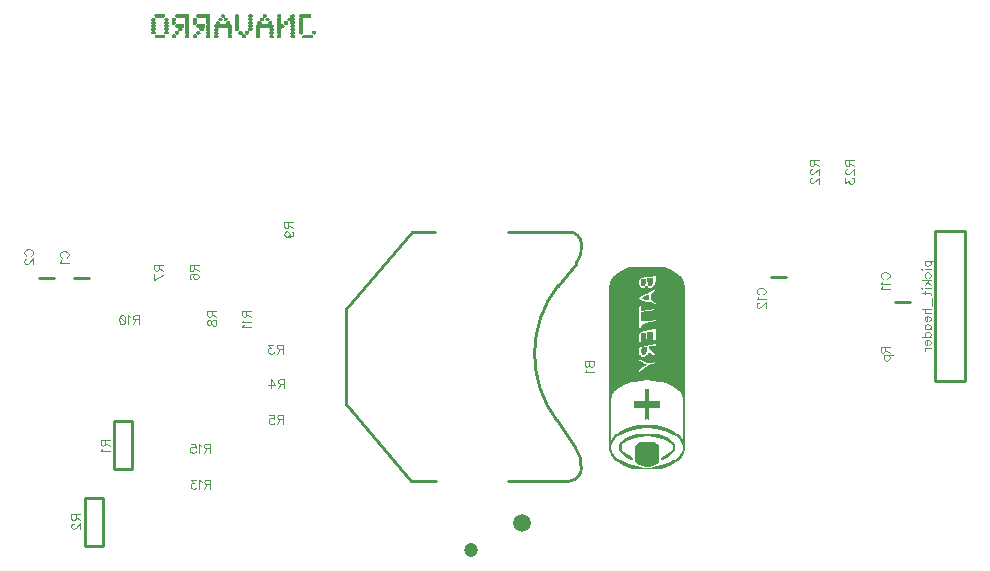
<source format=gbr>
G04 DipTrace 3.1.0.0*
G04 BottomSilk.gbr*
%MOIN*%
G04 #@! TF.FileFunction,Legend,Bot*
G04 #@! TF.Part,Single*
%ADD10C,0.01*%
%ADD12C,0.002992*%
%ADD26C,0.059055*%
%ADD28C,0.047261*%
%ADD132C,0.004632*%
%FSLAX26Y26*%
G04*
G70*
G90*
G75*
G01*
G04 BotSilk*
%LPD*%
X2582531Y738212D2*
D10*
X2785392D1*
X2582531Y1568869D2*
X2784999D1*
X2786962D2*
G02X2826451Y1531551I-672J-40263D01*
G01*
Y1530278D2*
G02X2809258Y1463795I-80008J-14774D01*
G01*
D28*
X2460374Y507878D3*
X2745432Y939827D2*
D10*
G02X2749043Y1390561I296411J223007D01*
G01*
X2826844Y787374D2*
G02X2787355Y738212I-44302J-4855D01*
G01*
X2826844Y777567D2*
G03X2805568Y852711I-112933J8609D01*
G01*
X2259633Y738212D2*
X2042719Y996121D1*
Y1310960D1*
X2342143Y738212D2*
X2259633D1*
X2042719Y1310960D2*
X2261595Y1568869D1*
X2340181D2*
X2261595D1*
X2805568Y852711D2*
X2744490Y941355D1*
X2749200Y1390179D2*
X2809101Y1463031D1*
X1135846Y1415333D2*
X1186988D1*
X1017736D2*
X1068878D1*
X3872067Y1336593D2*
X3923209D1*
X3509823Y1419312D2*
X3458681D1*
X4105118Y1072047D2*
X4005118D1*
X4105118Y1572047D2*
Y1072047D1*
X4005118Y1572047D2*
Y1072047D1*
X4105118Y1572047D2*
X4005118D1*
X1329213Y778511D2*
X1269213D1*
X1329213Y938811D2*
Y778511D1*
Y938811D2*
X1269213D1*
Y778511D1*
X1230787Y522606D2*
X1170787D1*
X1230787Y682906D2*
Y522606D1*
Y682906D2*
X1170787D1*
Y522606D1*
D26*
X2627953Y600394D3*
X1406454Y2295226D2*
D12*
X1434879D1*
X1475273D2*
X1514171D1*
X1545588D2*
X1584486D1*
X1627871D2*
X1633856D1*
X1674249D2*
X1680234D1*
X1719131D2*
X1725115D1*
X1767005D2*
X1772990D1*
X1814879D2*
X1820864D1*
X1861257D2*
X1865745D1*
X1888186D2*
X1921100D1*
X1405252Y2293730D2*
X1435570D1*
X1474077D2*
X1515367D1*
X1544392D2*
X1585682D1*
X1626669D2*
X1635058D1*
X1673053D2*
X1681436D1*
X1717935D2*
X1726312D1*
X1765803D2*
X1774192D1*
X1813677D2*
X1822066D1*
X1859365D2*
X1866947D1*
X1886990D2*
X1922296D1*
X1404241Y2292234D2*
X1435988D1*
X1473083D2*
X1516361D1*
X1543398D2*
X1586676D1*
X1625800D2*
X1635927D1*
X1672059D2*
X1682305D1*
X1716941D2*
X1727306D1*
X1764934D2*
X1775061D1*
X1812808D2*
X1822935D1*
X1857842D2*
X1867817D1*
X1885996D2*
X1923290D1*
X1403822Y2290738D2*
X1436219D1*
X1472798D2*
X1516669D1*
X1543113D2*
X1586984D1*
X1625216D2*
X1636511D1*
X1671751D2*
X1682889D1*
X1716633D2*
X1727613D1*
X1764350D2*
X1775645D1*
X1812224D2*
X1823519D1*
X1857215D2*
X1868401D1*
X1885688D2*
X1923574D1*
X1403974Y2289241D2*
X1435940D1*
X1473314D2*
X1516365D1*
X1543629D2*
X1586680D1*
X1625222D2*
X1636505D1*
X1672055D2*
X1682906D1*
X1716937D2*
X1727310D1*
X1764356D2*
X1775638D1*
X1812230D2*
X1823536D1*
X1857206D2*
X1868418D1*
X1885992D2*
X1923058D1*
X1405073Y2287745D2*
X1434796D1*
X1474201D2*
X1515819D1*
X1544516D2*
X1586134D1*
X1625897D2*
X1635830D1*
X1672601D2*
X1682286D1*
X1717483D2*
X1726764D1*
X1765030D2*
X1774964D1*
X1812904D2*
X1822916D1*
X1857467D2*
X1867798D1*
X1886538D2*
X1922171D1*
X1406454Y2286249D2*
X1433383D1*
X1475273D2*
X1515059D1*
X1545588D2*
X1585373D1*
X1627515D2*
X1634212D1*
X1673361D2*
X1681341D1*
X1718243D2*
X1726003D1*
X1766649D2*
X1773346D1*
X1814523D2*
X1821971D1*
X1857863D2*
X1866853D1*
X1887298D2*
X1921100D1*
X1508249Y2284753D2*
X1514171D1*
X1578564D2*
X1584486D1*
X1629367D2*
X1632360D1*
X1674249D2*
X1680234D1*
X1719131D2*
X1725115D1*
X1768501D2*
X1771493D1*
X1816375D2*
X1820864D1*
X1858265D2*
X1865745D1*
X1888186D2*
X1894108D1*
X1395982Y2283257D2*
X1401966D1*
X1439367D2*
X1445352D1*
X1464801D2*
X1469289D1*
X1507003D2*
X1515092D1*
X1535115D2*
X1539604D1*
X1577318D2*
X1585407D1*
X1618895D2*
X1624879D1*
X1636848D2*
X1642832D1*
X1673328D2*
X1681436D1*
X1717929D2*
X1726037D1*
X1758029D2*
X1764013D1*
X1775982D2*
X1781966D1*
X1814942D2*
X1821785D1*
X1852919D2*
X1866667D1*
X1886984D2*
X1895348D1*
X1394780Y2281761D2*
X1403162D1*
X1438171D2*
X1446548D1*
X1463419D2*
X1470670D1*
X1506121D2*
X1515887D1*
X1533734D2*
X1540985D1*
X1576436D2*
X1586202D1*
X1617699D2*
X1626260D1*
X1635646D2*
X1644028D1*
X1672533D2*
X1682305D1*
X1717060D2*
X1726832D1*
X1756833D2*
X1765394D1*
X1774780D2*
X1783162D1*
X1813702D2*
X1822580D1*
X1848839D2*
X1867462D1*
X1886115D2*
X1896359D1*
X1393910Y2280265D2*
X1404156D1*
X1437177D2*
X1447542D1*
X1462396D2*
X1471693D1*
X1505531D2*
X1516563D1*
X1532711D2*
X1542008D1*
X1575846D2*
X1586877D1*
X1616705D2*
X1627283D1*
X1634634D2*
X1645022D1*
X1671857D2*
X1682889D1*
X1716476D2*
X1727507D1*
X1755839D2*
X1766417D1*
X1773768D2*
X1784156D1*
X1812691D2*
X1823132D1*
X1847268D2*
X1868137D1*
X1885531D2*
X1896668D1*
X1393326Y2278769D2*
X1404440D1*
X1436870D2*
X1447826D1*
X1462147D2*
X1471942D1*
X1505514D2*
X1516722D1*
X1532462D2*
X1542257D1*
X1575829D2*
X1587037D1*
X1616420D2*
X1627534D1*
X1634215D2*
X1645307D1*
X1671698D2*
X1682906D1*
X1716459D2*
X1727667D1*
X1755554D2*
X1766668D1*
X1773349D2*
X1784440D1*
X1812405D2*
X1823438D1*
X1846665D2*
X1868297D1*
X1885514D2*
X1896303D1*
X1393309Y2277273D2*
X1404063D1*
X1437173D2*
X1447373D1*
X1462090D2*
X1472000D1*
X1506071D2*
X1516227D1*
X1532405D2*
X1542315D1*
X1576386D2*
X1586542D1*
X1616936D2*
X1627596D1*
X1634368D2*
X1644791D1*
X1672193D2*
X1682349D1*
X1717016D2*
X1727172D1*
X1756070D2*
X1766730D1*
X1773502D2*
X1783925D1*
X1812858D2*
X1823093D1*
X1846781D2*
X1867802D1*
X1886071D2*
X1895695D1*
X1393929Y2275777D2*
X1403031D1*
X1437719D2*
X1446756D1*
X1462730D2*
X1471359D1*
X1506743D2*
X1515589D1*
X1533045D2*
X1541674D1*
X1577058D2*
X1585904D1*
X1617823D2*
X1627058D1*
X1635467D2*
X1643904D1*
X1672831D2*
X1681677D1*
X1717687D2*
X1726534D1*
X1756957D2*
X1766192D1*
X1774601D2*
X1783037D1*
X1813475D2*
X1822526D1*
X1848504D2*
X1867164D1*
X1886743D2*
X1894296D1*
X1394874Y2274281D2*
X1401797D1*
X1438480D2*
X1446208D1*
X1463686D2*
X1470403D1*
X1507321D2*
X1515030D1*
X1534001D2*
X1540718D1*
X1577636D2*
X1585345D1*
X1618895D2*
X1626375D1*
X1636848D2*
X1642832D1*
X1673390D2*
X1681099D1*
X1718266D2*
X1725975D1*
X1758029D2*
X1765509D1*
X1775982D2*
X1781966D1*
X1814023D2*
X1821756D1*
X1853621D2*
X1866605D1*
X1887321D2*
X1892675D1*
X1395982Y2272785D2*
X1400470D1*
X1439367D2*
X1446505D1*
X1464801D2*
X1469289D1*
X1507029D2*
X1515325D1*
X1535115D2*
X1539604D1*
X1577344D2*
X1585640D1*
X1612911D2*
X1614407D1*
X1647320D2*
X1650312D1*
X1673095D2*
X1681391D1*
X1717974D2*
X1726270D1*
X1752045D2*
X1753541D1*
X1786454D2*
X1789446D1*
X1813726D2*
X1820864D1*
X1837320D2*
X1843304D1*
X1859761D2*
X1866900D1*
X1887029D2*
X1894108D1*
X1394780Y2271289D2*
X1402082D1*
X1438165D2*
X1447084D1*
X1463598D2*
X1470491D1*
X1506459D2*
X1515903D1*
X1533913D2*
X1540806D1*
X1576774D2*
X1586218D1*
X1610614D2*
X1616299D1*
X1645428D2*
X1651919D1*
X1672523D2*
X1681967D1*
X1717398D2*
X1726842D1*
X1749747D2*
X1755433D1*
X1784561D2*
X1791053D1*
X1813147D2*
X1822066D1*
X1836118D2*
X1844506D1*
X1858559D2*
X1867478D1*
X1886459D2*
X1895348D1*
X1393910Y2269793D2*
X1403307D1*
X1437296D2*
X1447643D1*
X1462724D2*
X1471360D1*
X1505947D2*
X1516462D1*
X1533038D2*
X1541675D1*
X1576262D2*
X1586777D1*
X1608754D2*
X1617822D1*
X1643905D2*
X1653097D1*
X1672011D2*
X1682525D1*
X1716840D2*
X1727354D1*
X1747888D2*
X1756956D1*
X1783039D2*
X1792230D1*
X1812588D2*
X1822935D1*
X1835249D2*
X1845376D1*
X1857690D2*
X1868037D1*
X1885947D2*
X1896359D1*
X1393326Y2268297D2*
X1404248D1*
X1436712D2*
X1447950D1*
X1462234D2*
X1471944D1*
X1505637D2*
X1516769D1*
X1532549D2*
X1542259D1*
X1575952D2*
X1587084D1*
X1607904D2*
X1618371D1*
X1643278D2*
X1653933D1*
X1671700D2*
X1682832D1*
X1716532D2*
X1727665D1*
X1747038D2*
X1757505D1*
X1782412D2*
X1793067D1*
X1812281D2*
X1823519D1*
X1834664D2*
X1845960D1*
X1857105D2*
X1868344D1*
X1885637D2*
X1896645D1*
X1393309Y2266801D2*
X1404455D1*
X1436695D2*
X1448041D1*
X1461970D2*
X1471938D1*
X1505969D2*
X1516860D1*
X1532285D2*
X1542253D1*
X1576284D2*
X1587175D1*
X1607839D2*
X1618611D1*
X1643268D2*
X1653814D1*
X1672028D2*
X1682923D1*
X1716442D2*
X1727332D1*
X1746972D2*
X1757745D1*
X1782402D2*
X1792948D1*
X1812190D2*
X1823468D1*
X1834758D2*
X1845867D1*
X1857089D2*
X1868435D1*
X1885969D2*
X1896192D1*
X1393929Y2265304D2*
X1403880D1*
X1437315D2*
X1447474D1*
X1462246D2*
X1471264D1*
X1506529D2*
X1516293D1*
X1532561D2*
X1541579D1*
X1576844D2*
X1586608D1*
X1608342D2*
X1618638D1*
X1643517D2*
X1653374D1*
X1672538D2*
X1682293D1*
X1717072D2*
X1726772D1*
X1747476D2*
X1757772D1*
X1782651D2*
X1792508D1*
X1812757D2*
X1823177D1*
X1835187D2*
X1845438D1*
X1857646D2*
X1867868D1*
X1886529D2*
X1895575D1*
X1394874Y2263808D2*
X1402297D1*
X1438260D2*
X1446798D1*
X1463388D2*
X1469645D1*
X1507295D2*
X1515617D1*
X1533703D2*
X1539960D1*
X1577610D2*
X1585932D1*
X1609061D2*
X1617984D1*
X1643856D2*
X1652665D1*
X1673071D2*
X1681344D1*
X1718021D2*
X1726006D1*
X1748195D2*
X1757118D1*
X1782990D2*
X1791799D1*
X1813433D2*
X1822769D1*
X1835824D2*
X1844801D1*
X1858317D2*
X1867192D1*
X1887295D2*
X1895027D1*
X1395982Y2262312D2*
X1400470D1*
X1439367D2*
X1446217D1*
X1464801D2*
X1467793D1*
X1508186D2*
X1515036D1*
X1535115D2*
X1538108D1*
X1578501D2*
X1585351D1*
X1609919D2*
X1617021D1*
X1644121D2*
X1651808D1*
X1673506D2*
X1680234D1*
X1719131D2*
X1725115D1*
X1749052D2*
X1756155D1*
X1783255D2*
X1790942D1*
X1814014D2*
X1822360D1*
X1858896D2*
X1866611D1*
X1888186D2*
X1895324D1*
X1395060Y2260816D2*
X1401903D1*
X1438446D2*
X1446509D1*
X1475273D2*
X1497714D1*
X1506984D2*
X1515328D1*
X1545588D2*
X1568029D1*
X1577299D2*
X1585643D1*
X1607104D2*
X1654623D1*
X1673157D2*
X1681155D1*
X1717929D2*
X1726037D1*
X1746238D2*
X1793757D1*
X1813722D2*
X1827762D1*
X1858604D2*
X1866903D1*
X1886984D2*
X1895902D1*
X1394265Y2259320D2*
X1403143D1*
X1437651D2*
X1447079D1*
X1473892D2*
X1498910D1*
X1506115D2*
X1515898D1*
X1544207D2*
X1569225D1*
X1576430D2*
X1586213D1*
X1605005D2*
X1656722D1*
X1672600D2*
X1681950D1*
X1717060D2*
X1726832D1*
X1744139D2*
X1795856D1*
X1813152D2*
X1831401D1*
X1858034D2*
X1867473D1*
X1886115D2*
X1896462D1*
X1393590Y2257824D2*
X1404154D1*
X1436976D2*
X1447585D1*
X1472869D2*
X1499904D1*
X1505531D2*
X1516404D1*
X1543184D2*
X1570219D1*
X1575846D2*
X1586719D1*
X1603461D2*
X1658266D1*
X1672074D2*
X1682626D1*
X1716476D2*
X1727507D1*
X1742595D2*
X1797400D1*
X1812646D2*
X1833909D1*
X1857522D2*
X1867979D1*
X1885531D2*
X1896763D1*
X1393430Y2256328D2*
X1404440D1*
X1436816D2*
X1447878D1*
X1472617D2*
X1500188D1*
X1505514D2*
X1516697D1*
X1542932D2*
X1570503D1*
X1575829D2*
X1587012D1*
X1603033D2*
X1658718D1*
X1672220D2*
X1682785D1*
X1716459D2*
X1727667D1*
X1742167D2*
X1797851D1*
X1812353D2*
X1834808D1*
X1857212D2*
X1868271D1*
X1885514D2*
X1896836D1*
X1393925Y2254832D2*
X1403987D1*
X1437311D2*
X1447396D1*
X1472506D2*
X1499740D1*
X1506071D2*
X1516215D1*
X1542821D2*
X1570055D1*
X1576386D2*
X1586530D1*
X1603359D2*
X1658457D1*
X1672624D2*
X1682290D1*
X1717016D2*
X1727172D1*
X1742493D2*
X1797591D1*
X1812835D2*
X1835023D1*
X1857544D2*
X1867789D1*
X1886071D2*
X1896151D1*
X1394563Y2253336D2*
X1403371D1*
X1437949D2*
X1446765D1*
X1475364D2*
X1497927D1*
X1506743D2*
X1515584D1*
X1545679D2*
X1568242D1*
X1577058D2*
X1585899D1*
X1604376D2*
X1657931D1*
X1673111D2*
X1681652D1*
X1717687D2*
X1726534D1*
X1743510D2*
X1797065D1*
X1813466D2*
X1832269D1*
X1858104D2*
X1867159D1*
X1886743D2*
X1894529D1*
X1395123Y2251840D2*
X1402822D1*
X1438508D2*
X1446210D1*
X1479990D2*
X1495136D1*
X1507321D2*
X1515028D1*
X1550305D2*
X1565451D1*
X1577636D2*
X1585343D1*
X1605603D2*
X1657180D1*
X1673538D2*
X1681093D1*
X1718266D2*
X1725975D1*
X1744737D2*
X1796314D1*
X1814021D2*
X1827866D1*
X1858870D2*
X1866603D1*
X1887321D2*
X1892675D1*
X1394827Y2250344D2*
X1403119D1*
X1438213D2*
X1446506D1*
X1485745D2*
X1491730D1*
X1507029D2*
X1515325D1*
X1556060D2*
X1562045D1*
X1577344D2*
X1585640D1*
X1606927D2*
X1613142D1*
X1650375D2*
X1656297D1*
X1673338D2*
X1681388D1*
X1717974D2*
X1726270D1*
X1746060D2*
X1752276D1*
X1789509D2*
X1795430D1*
X1813725D2*
X1822360D1*
X1859761D2*
X1866900D1*
X1887029D2*
X1894108D1*
X1394249Y2248848D2*
X1403692D1*
X1437641D2*
X1447078D1*
X1484549D2*
X1492932D1*
X1506453D2*
X1515903D1*
X1554864D2*
X1563247D1*
X1576768D2*
X1586218D1*
X1605314D2*
X1613513D1*
X1649129D2*
X1657499D1*
X1672905D2*
X1681960D1*
X1717398D2*
X1726842D1*
X1744448D2*
X1752647D1*
X1788263D2*
X1796632D1*
X1813147D2*
X1822871D1*
X1858559D2*
X1867478D1*
X1886459D2*
X1895348D1*
X1393690Y2247352D2*
X1404198D1*
X1437129D2*
X1447584D1*
X1483555D2*
X1493801D1*
X1505895D2*
X1516462D1*
X1553870D2*
X1564116D1*
X1576210D2*
X1586777D1*
X1604090D2*
X1613894D1*
X1648247D2*
X1658368D1*
X1672404D2*
X1682472D1*
X1716840D2*
X1727354D1*
X1743224D2*
X1753028D1*
X1787381D2*
X1797502D1*
X1812588D2*
X1823310D1*
X1857690D2*
X1868037D1*
X1885947D2*
X1896359D1*
X1393383Y2245856D2*
X1404492D1*
X1436818D2*
X1447878D1*
X1483247D2*
X1494385D1*
X1505588D2*
X1516769D1*
X1553562D2*
X1564700D1*
X1575903D2*
X1587084D1*
X1603148D2*
X1614098D1*
X1647657D2*
X1658952D1*
X1671971D2*
X1682783D1*
X1716531D2*
X1727665D1*
X1742282D2*
X1753232D1*
X1786791D2*
X1798086D1*
X1812281D2*
X1823536D1*
X1857105D2*
X1868344D1*
X1885637D2*
X1896645D1*
X1393292Y2244360D2*
X1403941D1*
X1437151D2*
X1447396D1*
X1483503D2*
X1494292D1*
X1505497D2*
X1516860D1*
X1553817D2*
X1564607D1*
X1575812D2*
X1587175D1*
X1602918D2*
X1614127D1*
X1647640D2*
X1658969D1*
X1672125D2*
X1682499D1*
X1716436D2*
X1727381D1*
X1742051D2*
X1753261D1*
X1786774D2*
X1798103D1*
X1812190D2*
X1823574D1*
X1857089D2*
X1868435D1*
X1885969D2*
X1896267D1*
X1393922Y2242864D2*
X1403004D1*
X1437711D2*
X1446765D1*
X1483871D2*
X1493863D1*
X1506064D2*
X1516293D1*
X1554186D2*
X1564178D1*
X1576379D2*
X1586608D1*
X1603391D2*
X1613484D1*
X1648197D2*
X1658412D1*
X1672425D2*
X1682116D1*
X1716962D2*
X1726998D1*
X1742525D2*
X1752618D1*
X1787331D2*
X1797546D1*
X1812757D2*
X1822933D1*
X1857646D2*
X1867868D1*
X1886529D2*
X1895236D1*
X1394871Y2241367D2*
X1401791D1*
X1438477D2*
X1446210D1*
X1484249D2*
X1493226D1*
X1506740D2*
X1515617D1*
X1554564D2*
X1563541D1*
X1577055D2*
X1585932D1*
X1604018D2*
X1612529D1*
X1648869D2*
X1657740D1*
X1672753D2*
X1681730D1*
X1717635D2*
X1726612D1*
X1743152D2*
X1751663D1*
X1788002D2*
X1796874D1*
X1813433D2*
X1821977D1*
X1858317D2*
X1867192D1*
X1887295D2*
X1894002D1*
X1395982Y2239871D2*
X1400470D1*
X1439367D2*
X1446506D1*
X1507321D2*
X1515036D1*
X1577636D2*
X1585351D1*
X1604573D2*
X1611415D1*
X1649447D2*
X1657162D1*
X1743706D2*
X1750549D1*
X1788581D2*
X1796296D1*
X1814014D2*
X1820864D1*
X1858896D2*
X1866611D1*
X1888186D2*
X1892675D1*
X1394780Y2238375D2*
X1402082D1*
X1438165D2*
X1447084D1*
X1473777D2*
X1481257D1*
X1507029D2*
X1515328D1*
X1544092D2*
X1551572D1*
X1577344D2*
X1585643D1*
X1604276D2*
X1612336D1*
X1649155D2*
X1657454D1*
X1684722D2*
X1692202D1*
X1707163D2*
X1714643D1*
X1743410D2*
X1751470D1*
X1788289D2*
X1796588D1*
X1813722D2*
X1821785D1*
X1858604D2*
X1866903D1*
X1886984D2*
X1894567D1*
X1930076D2*
X1939052D1*
X1393910Y2236879D2*
X1403307D1*
X1437296D2*
X1447643D1*
X1473092D2*
X1482453D1*
X1506459D2*
X1515898D1*
X1543407D2*
X1552768D1*
X1576774D2*
X1586213D1*
X1603704D2*
X1613131D1*
X1648585D2*
X1658024D1*
X1684031D2*
X1693347D1*
X1706472D2*
X1715334D1*
X1742838D2*
X1752265D1*
X1787719D2*
X1797158D1*
X1813152D2*
X1822580D1*
X1858028D2*
X1867473D1*
X1886115D2*
X1896090D1*
X1929391D2*
X1939737D1*
X1393326Y2235383D2*
X1404248D1*
X1436712D2*
X1447952D1*
X1472721D2*
X1483447D1*
X1505947D2*
X1516410D1*
X1543036D2*
X1553762D1*
X1576262D2*
X1586725D1*
X1603192D2*
X1613683D1*
X1648073D2*
X1658536D1*
X1683613D2*
X1694234D1*
X1706054D2*
X1715752D1*
X1742326D2*
X1752817D1*
X1787207D2*
X1797669D1*
X1812646D2*
X1823132D1*
X1857470D2*
X1867984D1*
X1885531D2*
X1896717D1*
X1928897D2*
X1940231D1*
X1393419Y2233887D2*
X1404485D1*
X1436805D2*
X1448047D1*
X1472595D2*
X1483708D1*
X1505637D2*
X1516720D1*
X1542910D2*
X1554023D1*
X1575952D2*
X1587035D1*
X1602881D2*
X1613989D1*
X1647763D2*
X1658846D1*
X1683382D2*
X1694259D1*
X1705823D2*
X1715983D1*
X1742015D2*
X1753123D1*
X1786897D2*
X1797980D1*
X1812353D2*
X1823438D1*
X1857162D2*
X1868295D1*
X1885561D2*
X1896758D1*
X1928941D2*
X1940188D1*
X1393848Y2232391D2*
X1404060D1*
X1437234D2*
X1447521D1*
X1473218D2*
X1483157D1*
X1505969D2*
X1516388D1*
X1543533D2*
X1553472D1*
X1576284D2*
X1586702D1*
X1603214D2*
X1613644D1*
X1648095D2*
X1658513D1*
X1683661D2*
X1693493D1*
X1706102D2*
X1715703D1*
X1742347D2*
X1752778D1*
X1787229D2*
X1797647D1*
X1812904D2*
X1823093D1*
X1857072D2*
X1867962D1*
X1886410D2*
X1895934D1*
X1929794D2*
X1939334D1*
X1394486Y2230895D2*
X1403462D1*
X1437871D2*
X1446848D1*
X1474164D2*
X1481582D1*
X1506529D2*
X1515827D1*
X1544479D2*
X1551897D1*
X1576844D2*
X1586142D1*
X1603774D2*
X1613077D1*
X1648655D2*
X1657953D1*
X1684805D2*
X1692256D1*
X1707246D2*
X1714560D1*
X1742907D2*
X1752211D1*
X1787789D2*
X1797087D1*
X1813841D2*
X1822526D1*
X1857702D2*
X1867402D1*
X1888612D2*
X1893740D1*
X1931997D2*
X1937132D1*
X1475273Y2229399D2*
X1479761D1*
X1507295D2*
X1515062D1*
X1545588D2*
X1550076D1*
X1577610D2*
X1585376D1*
X1604540D2*
X1612308D1*
X1649421D2*
X1657188D1*
X1686218D2*
X1690706D1*
X1708659D2*
X1713147D1*
X1743673D2*
X1751441D1*
X1788555D2*
X1796321D1*
X1815054D2*
X1821756D1*
X1858651D2*
X1866636D1*
X1891178D2*
D3*
X1934564D2*
D3*
X1464801Y2227903D2*
X1469289D1*
X1508186D2*
X1514171D1*
X1535115D2*
X1539604D1*
X1578501D2*
X1584486D1*
X1605430D2*
X1611415D1*
X1650312D2*
X1656297D1*
X1696690D2*
X1702675D1*
X1744564D2*
X1750549D1*
X1789446D2*
X1795430D1*
X1816375D2*
X1820864D1*
X1859761D2*
X1865745D1*
X1406454Y2226407D2*
X1433383D1*
X1463419D2*
X1470670D1*
X1507265D2*
X1515373D1*
X1533734D2*
X1540985D1*
X1577580D2*
X1585688D1*
X1604509D2*
X1612336D1*
X1649110D2*
X1657218D1*
X1695488D2*
X1703877D1*
X1743643D2*
X1751470D1*
X1788244D2*
X1796352D1*
X1814942D2*
X1822066D1*
X1858559D2*
X1866667D1*
X1898659D2*
X1927084D1*
X1405258Y2224911D2*
X1434764D1*
X1462396D2*
X1471693D1*
X1506470D2*
X1516242D1*
X1532711D2*
X1542008D1*
X1576785D2*
X1586557D1*
X1603714D2*
X1613131D1*
X1648241D2*
X1658013D1*
X1694619D2*
X1704746D1*
X1742848D2*
X1752265D1*
X1787375D2*
X1797147D1*
X1813702D2*
X1822935D1*
X1857690D2*
X1867462D1*
X1897463D2*
X1927775D1*
X1404264Y2223415D2*
X1435787D1*
X1462096D2*
X1471993D1*
X1505794D2*
X1516826D1*
X1532411D2*
X1542308D1*
X1576109D2*
X1587141D1*
X1603039D2*
X1613807D1*
X1647657D2*
X1658689D1*
X1694035D2*
X1705330D1*
X1742172D2*
X1752940D1*
X1786790D2*
X1797822D1*
X1812691D2*
X1823519D1*
X1857105D2*
X1868137D1*
X1896469D2*
X1928193D1*
X1403980Y2221919D2*
X1436038D1*
X1462048D2*
X1472042D1*
X1505635D2*
X1516843D1*
X1532363D2*
X1542357D1*
X1575950D2*
X1587158D1*
X1602879D2*
X1613966D1*
X1647640D2*
X1658848D1*
X1694018D2*
X1705347D1*
X1742013D2*
X1753100D1*
X1786774D2*
X1797982D1*
X1812405D2*
X1823536D1*
X1857089D2*
X1868297D1*
X1896184D2*
X1928424D1*
X1404495Y2220423D2*
X1436100D1*
X1462231D2*
X1471858D1*
X1506193D2*
X1516223D1*
X1532546D2*
X1542173D1*
X1576508D2*
X1586538D1*
X1603437D2*
X1613408D1*
X1648260D2*
X1658290D1*
X1694638D2*
X1704727D1*
X1742571D2*
X1752542D1*
X1787394D2*
X1797424D1*
X1812921D2*
X1822916D1*
X1857709D2*
X1867739D1*
X1896700D2*
X1928144D1*
X1405383Y2218927D2*
X1435562D1*
X1463382D2*
X1470707D1*
X1507102D2*
X1515278D1*
X1533697D2*
X1541022D1*
X1577417D2*
X1585593D1*
X1604346D2*
X1612499D1*
X1649205D2*
X1657381D1*
X1695583D2*
X1703782D1*
X1743480D2*
X1751633D1*
X1788339D2*
X1796515D1*
X1813808D2*
X1821971D1*
X1858653D2*
X1866830D1*
X1897587D2*
X1927001D1*
X1406454Y2217430D2*
X1434879D1*
X1464801D2*
X1469289D1*
X1508186D2*
X1514171D1*
X1535115D2*
X1539604D1*
X1578501D2*
X1584486D1*
X1605430D2*
X1611415D1*
X1650312D2*
X1656297D1*
X1696690D2*
X1702675D1*
X1744564D2*
X1750549D1*
X1789446D2*
X1795430D1*
X1814879D2*
X1820864D1*
X1859761D2*
X1865745D1*
X1898659D2*
X1925588D1*
X2996299Y1453701D2*
X3092047D1*
X2986530Y1450709D2*
X3101817D1*
X2977936Y1447717D2*
X3110410D1*
X2970527Y1444724D2*
X3117820D1*
X2963969Y1441732D2*
X3124378D1*
X2958089Y1438740D2*
X3130257D1*
X2952825Y1435748D2*
X3135521D1*
X2948064Y1432756D2*
X3140282D1*
X2943802Y1429764D2*
X3144545D1*
X2940072Y1426772D2*
X3148275D1*
X2936728Y1423780D2*
X3053823D1*
X3074094D2*
X3151618D1*
X2933683Y1420787D2*
X3037945D1*
X3074094D2*
X3154664D1*
X2931020Y1417795D2*
X3027557D1*
X3074094D2*
X3157327D1*
X2928825Y1414803D2*
X3020452D1*
X3047165D2*
X3062126D1*
X3074094D2*
X3159521D1*
X2926985Y1411811D2*
X3017741D1*
X3026220D2*
X3038189D1*
X3047165D2*
X3062126D1*
X3074094D2*
X3161362D1*
X2925345Y1408819D2*
X3015655D1*
X3026220D2*
X3038189D1*
X3047165D2*
X3062126D1*
X3074083D2*
X3163002D1*
X2923894Y1405827D2*
X3014941D1*
X3026220D2*
X3038177D1*
X3047177D2*
X3062114D1*
X3073978D2*
X3164452D1*
X2922754Y1402835D2*
X3014656D1*
X3026220D2*
X3038063D1*
X3047291D2*
X3062000D1*
X3073585D2*
X3165593D1*
X2921968Y1399843D2*
X3014862D1*
X3026220D2*
X3037601D1*
X3047753D2*
X3061538D1*
X3072751D2*
X3166378D1*
X2921246Y1396850D2*
X3015531D1*
X3026220D2*
X3036578D1*
X3048776D2*
X3060515D1*
X3071486D2*
X3167101D1*
X2920378Y1393858D2*
X3016500D1*
X3026220D2*
X3035197D1*
X3050157D2*
X3059134D1*
X3069749D2*
X3167968D1*
X2919550Y1390866D2*
X3017939D1*
X3041181D2*
D3*
X3067492D2*
X3168796D1*
X2919005Y1387874D2*
X3020275D1*
X3039779D2*
X3044173D1*
X3064879D2*
X3169342D1*
X2918719Y1384882D2*
X3023228D1*
X3038189D2*
X3047165D1*
X3062126D2*
X3169627D1*
X2918589Y1381890D2*
X3169757D1*
X2918536Y1378898D2*
X3065130D1*
X3073495D2*
X3169811D1*
X2918515Y1375906D2*
X3059251D1*
X3072490D2*
X3169831D1*
X2918508Y1372913D2*
X3053648D1*
X3069873D2*
X3169839D1*
X2918505Y1369921D2*
X3048380D1*
X3066703D2*
X3169841D1*
X2918504Y1366929D2*
X3043163D1*
X3063636D2*
X3169842D1*
X2918504Y1363937D2*
X3037712D1*
X3061064D2*
X3169842D1*
X2918504Y1360945D2*
X3032122D1*
X3050157D2*
D3*
X3060071D2*
X3169842D1*
X2918504Y1357953D2*
X3026775D1*
X3044296D2*
X3050157D1*
X3059533D2*
X3169843D1*
X2918504Y1354961D2*
X3022187D1*
X3038776D2*
X3050157D1*
X3059290D2*
X3169843D1*
X2918504Y1351969D2*
X3018775D1*
X3033815D2*
X3050157D1*
X3059215D2*
X3169843D1*
X2918504Y1348976D2*
X3016271D1*
X3029213D2*
X3050157D1*
X3059423D2*
X3169843D1*
X2918504Y1345984D2*
X3015199D1*
X3038189D2*
X3050157D1*
X3060002D2*
X3169843D1*
X2918504Y1342992D2*
X3022238D1*
X3062939D2*
X3169843D1*
X2918504Y1340000D2*
X3031000D1*
X3066715D2*
X3169843D1*
X2918504Y1337008D2*
X3041483D1*
X3070109D2*
X3169843D1*
X2918504Y1334016D2*
X3053110D1*
X3072402D2*
X3169843D1*
X2918504Y1331024D2*
X3065118D1*
X3074094D2*
X3169843D1*
X2918504Y1328031D2*
X3169843D1*
X2918504Y1325039D2*
X3021412D1*
X3026220D2*
X3169843D1*
X2918504Y1322047D2*
X3017367D1*
X3026220D2*
X3169843D1*
X2918504Y1319055D2*
X3015772D1*
X3026220D2*
X3169843D1*
X2918504Y1316063D2*
X3014902D1*
X3026220D2*
X3069210D1*
X3073954D2*
X3169843D1*
X2918504Y1313071D2*
X3014508D1*
X3026220D2*
X3047373D1*
X3072727D2*
X3169843D1*
X2918504Y1310079D2*
X3014347D1*
X3026220D2*
D3*
X3066794D2*
X3169843D1*
X2918504Y1307087D2*
X3014285D1*
X3056612D2*
X3169843D1*
X2918504Y1304094D2*
X3014263D1*
X3042364D2*
X3169843D1*
X2918504Y1301102D2*
X3014256D1*
X3026220D2*
X3169843D1*
X2918504Y1298110D2*
X3014253D1*
X3026220D2*
X3169843D1*
X2918504Y1295118D2*
X3014252D1*
X3026220D2*
X3169843D1*
X2918504Y1292126D2*
X3014252D1*
X3026220D2*
X3169843D1*
X2918504Y1289134D2*
X3014252D1*
X3026220D2*
X3169843D1*
X2918504Y1286142D2*
X3014252D1*
X3026220D2*
X3169843D1*
X2918504Y1283150D2*
X3014252D1*
X3026220D2*
X3169843D1*
X2918504Y1280157D2*
X3014252D1*
X3026220D2*
X3169843D1*
X2918504Y1277165D2*
X3014252D1*
X3026220D2*
X3053150D1*
X3074094D2*
X3169843D1*
X2918504Y1274173D2*
X3014252D1*
X3026220D2*
X3029213D1*
X3074094D2*
X3169843D1*
X2918504Y1271181D2*
X3014252D1*
X3074094D2*
X3169843D1*
X2918504Y1268189D2*
X3014252D1*
X3055422D2*
X3169843D1*
X2918504Y1265197D2*
X3014252D1*
X3041572D2*
X3169843D1*
X2918504Y1262205D2*
X3014252D1*
X3031756D2*
X3169843D1*
X2918504Y1259213D2*
X3014252D1*
X3028307D2*
X3169843D1*
X2918504Y1256220D2*
X3014252D1*
X3027169D2*
X3169843D1*
X2918504Y1253228D2*
X3014252D1*
X3026576D2*
X3169843D1*
X2918504Y1250236D2*
X3014252D1*
X3026220D2*
X3169843D1*
X2918504Y1247244D2*
X3068750D1*
X3074094D2*
X3169843D1*
X2918504Y1244252D2*
X3050436D1*
X3074094D2*
X3169843D1*
X2918504Y1241260D2*
X3036171D1*
X3074094D2*
X3169843D1*
X2918504Y1238268D2*
X3026745D1*
X3074094D2*
X3169843D1*
X2918504Y1235276D2*
X3020222D1*
X3047165D2*
X3062126D1*
X3074094D2*
X3169843D1*
X2918504Y1232283D2*
X3017637D1*
X3026220D2*
X3038189D1*
X3047165D2*
X3062126D1*
X3074094D2*
X3169843D1*
X2918504Y1229291D2*
X3015628D1*
X3026220D2*
X3038189D1*
X3047165D2*
X3062126D1*
X3074094D2*
X3169843D1*
X2918504Y1226299D2*
X3014918D1*
X3026220D2*
X3038189D1*
X3047165D2*
X3062126D1*
X3074094D2*
X3169843D1*
X2918504Y1223307D2*
X3014535D1*
X3026220D2*
X3038189D1*
X3047165D2*
X3062126D1*
X3074094D2*
X3169843D1*
X2918504Y1220315D2*
X3014363D1*
X3026220D2*
X3038189D1*
X3047165D2*
X3062126D1*
X3074094D2*
X3169843D1*
X2918504Y1217323D2*
X3014293D1*
X3026220D2*
X3038189D1*
X3047165D2*
X3062126D1*
X3074094D2*
X3169843D1*
X2918504Y1214331D2*
X3014266D1*
X3026220D2*
X3038189D1*
X3047165D2*
X3062126D1*
X3074094D2*
X3169843D1*
X2918504Y1211339D2*
X3014257D1*
X3026220D2*
X3062126D1*
X3074094D2*
X3169843D1*
X2918504Y1208346D2*
X3014254D1*
X3026220D2*
X3169843D1*
X2918504Y1205354D2*
X3014252D1*
X3026220D2*
X3169843D1*
X2918504Y1202362D2*
X3169843D1*
X2918504Y1199370D2*
X3169843D1*
X2918504Y1196378D2*
X3054252D1*
X3074094D2*
X3169843D1*
X2918504Y1193386D2*
X3039648D1*
X3074094D2*
X3169843D1*
X2918504Y1190394D2*
X3028940D1*
X3074094D2*
X3169843D1*
X2918504Y1187402D2*
X3021180D1*
X3053150D2*
X3169843D1*
X2918504Y1184409D2*
X3018096D1*
X3029213D2*
X3041181D1*
X3053287D2*
X3169843D1*
X2918504Y1181417D2*
X3015762D1*
X3027831D2*
X3041181D1*
X3053605D2*
X3169843D1*
X2918504Y1178425D2*
X3014978D1*
X3026972D2*
X3041181D1*
X3055429D2*
X3169843D1*
X2918504Y1175433D2*
X3014570D1*
X3026549D2*
X3041158D1*
X3058287D2*
X3169843D1*
X2918504Y1172441D2*
X3014488D1*
X3026470D2*
X3040930D1*
X3061941D2*
X3169843D1*
X2918504Y1169449D2*
X3014806D1*
X3026854D2*
X3040386D1*
X3065847D2*
X3169843D1*
X2918504Y1166457D2*
X3015611D1*
X3027847D2*
X3038055D1*
X3050157D2*
X3053150D1*
X3069304D2*
X3169843D1*
X2918504Y1163465D2*
X3016865D1*
X3029213D2*
X3035197D1*
X3048424D2*
X3058584D1*
X3072097D2*
X3169843D1*
X2918504Y1160472D2*
X3018590D1*
X3045830D2*
X3063518D1*
X3073222D2*
X3169843D1*
X2918504Y1157480D2*
X3020795D1*
X3042271D2*
X3068110D1*
X3074094D2*
X3169843D1*
X2918504Y1154488D2*
X3023228D1*
X3038189D2*
X3169843D1*
X2918504Y1151496D2*
X3169843D1*
X2918504Y1148504D2*
X3169843D1*
X2918504Y1145512D2*
X3014629D1*
X3022764D2*
X3169843D1*
X2918504Y1142520D2*
X3015479D1*
X3030973D2*
X3169843D1*
X2918504Y1139528D2*
X3019476D1*
X3039051D2*
X3169843D1*
X2918504Y1136535D2*
X3024931D1*
X3047165D2*
X3065118D1*
X3073907D2*
X3169843D1*
X2918504Y1133543D2*
X3030803D1*
X3072458D2*
X3169843D1*
X2918504Y1130551D2*
X3036196D1*
X3067209D2*
X3169843D1*
X2918504Y1127559D2*
X3041181D1*
X3060224D2*
X3169843D1*
X2918504Y1124567D2*
X3035671D1*
X3052991D2*
X3169843D1*
X2918504Y1121575D2*
X3030545D1*
X3046642D2*
X3169843D1*
X2918504Y1118583D2*
X3025846D1*
X3041174D2*
X3169843D1*
X2918504Y1115591D2*
X3021714D1*
X3036246D2*
X3169843D1*
X2918504Y1112598D2*
X3018450D1*
X3031654D2*
X3169843D1*
X2918504Y1109606D2*
X3016101D1*
X3027344D2*
X3169843D1*
X2918504Y1106614D2*
X3014252D1*
X3023228D2*
X3169843D1*
X2918504Y1103622D2*
X3169843D1*
X2918504Y1100630D2*
X3169843D1*
X2918504Y1097638D2*
X3169843D1*
X2918504Y1094646D2*
X3169843D1*
X2918504Y1091654D2*
X3169843D1*
X2918504Y1088661D2*
X3169843D1*
X2918504Y1085669D2*
X3169843D1*
X2918504Y1082677D2*
X3169843D1*
X2918504Y1079685D2*
X3169843D1*
X2918504Y1076693D2*
X3022486D1*
X3065860D2*
X3169843D1*
X2918504Y1073701D2*
X3006244D1*
X3082103D2*
X3169843D1*
X2918504Y1070709D2*
X2993040D1*
X3095307D2*
X3169843D1*
X2918504Y1067717D2*
X2982567D1*
X3105779D2*
X3169843D1*
X2918504Y1064724D2*
X2974210D1*
X3114136D2*
X3169843D1*
X2918504Y1061732D2*
X2967137D1*
X3121209D2*
X3169843D1*
X2918504Y1058740D2*
X2960806D1*
X3127540D2*
X3169843D1*
X2918504Y1055748D2*
X2955139D1*
X3133207D2*
X3169843D1*
X2918504Y1052756D2*
X2950303D1*
X3138044D2*
X3169843D1*
X2918504Y1049764D2*
X2946277D1*
X3142070D2*
X3169843D1*
X2918504Y1046772D2*
X2942788D1*
X3038189D2*
X3050157D1*
X3145558D2*
X3169843D1*
X2918504Y1043780D2*
X2939582D1*
X3038189D2*
X3050157D1*
X3148764D2*
X3169843D1*
X2918504Y1040787D2*
X2936517D1*
X3038189D2*
X3050157D1*
X3151829D2*
X3169843D1*
X2918504Y1037795D2*
X2933599D1*
X3038189D2*
X3050157D1*
X3154748D2*
X3169843D1*
X2918504Y1034803D2*
X2930988D1*
X3038189D2*
X3050157D1*
X3157358D2*
X3169843D1*
X2918504Y1031811D2*
X2928826D1*
X3038189D2*
X3050157D1*
X3159521D2*
X3169843D1*
X2918504Y1028819D2*
X2927098D1*
X3038189D2*
X3050157D1*
X3161249D2*
X3169843D1*
X2918504Y1025827D2*
X2925830D1*
X3038189D2*
X3050157D1*
X3162516D2*
X3169843D1*
X2918504Y1022835D2*
X2924992D1*
X3038189D2*
X3050157D1*
X3163354D2*
X3169843D1*
X2918504Y1019843D2*
X2924249D1*
X3038189D2*
X3050157D1*
X3164097D2*
X3169843D1*
X2918504Y1016850D2*
X2923374D1*
X3038189D2*
X3050157D1*
X3164972D2*
X3169843D1*
X2918504Y1013858D2*
X2922543D1*
X3038189D2*
X3050157D1*
X3165803D2*
X3169843D1*
X2918504Y1010866D2*
X2921997D1*
X3038189D2*
X3050157D1*
X3166349D2*
X3169843D1*
X2918504Y1007874D2*
X2921711D1*
X3038189D2*
X3050157D1*
X3166635D2*
X3169843D1*
X2918504Y1004882D2*
X2921581D1*
X3002283D2*
X3086063D1*
X3166765D2*
X3169843D1*
X2918504Y1001890D2*
X2921528D1*
X3002283D2*
X3086063D1*
X3166818D2*
X3169843D1*
X2918504Y998898D2*
X2921507D1*
X3002283D2*
X3086063D1*
X3166839D2*
X3169843D1*
X2918504Y995906D2*
X2921500D1*
X3002283D2*
X3086063D1*
X3166846D2*
X3169843D1*
X2918504Y992913D2*
X2921497D1*
X3002283D2*
X3086063D1*
X3166849D2*
X3169843D1*
X2918504Y989921D2*
X2921496D1*
X3002283D2*
X3086063D1*
X3166850D2*
X3169843D1*
X2918504Y986929D2*
X2921496D1*
X3002283D2*
X3086063D1*
X3166850D2*
X3169843D1*
X2918504Y983937D2*
X2921496D1*
X3038189D2*
X3050157D1*
X3166850D2*
X3169843D1*
X2918504Y980945D2*
X2921496D1*
X3038189D2*
X3050157D1*
X3166850D2*
X3169843D1*
X2918504Y977953D2*
X2921496D1*
X3038189D2*
X3050157D1*
X3166850D2*
X3169843D1*
X2918504Y974961D2*
X2921496D1*
X3038189D2*
X3050157D1*
X3166850D2*
X3169843D1*
X2918504Y971969D2*
X2921496D1*
X3038189D2*
X3050157D1*
X3166850D2*
X3169843D1*
X2918504Y968976D2*
X2921496D1*
X3038189D2*
X3050157D1*
X3166850D2*
X3169843D1*
X2918504Y965984D2*
X2921496D1*
X3038189D2*
X3050157D1*
X3166850D2*
X3169843D1*
X2918504Y962992D2*
X2921496D1*
X3038189D2*
X3050157D1*
X3166850D2*
X3169843D1*
X2918504Y960000D2*
X2921496D1*
X3038189D2*
X3050157D1*
X3166850D2*
X3169843D1*
X2918504Y957008D2*
X2921496D1*
X3038189D2*
X3050157D1*
X3166850D2*
X3169843D1*
X2918504Y954016D2*
X2921496D1*
X3038189D2*
X3050157D1*
X3166850D2*
X3169843D1*
X2918504Y951024D2*
X2921496D1*
X3038189D2*
X3050157D1*
X3166850D2*
X3169843D1*
X2918504Y948031D2*
X2921496D1*
X3038189D2*
X3050157D1*
X3166850D2*
X3169843D1*
X2918504Y945039D2*
X2921496D1*
X3038189D2*
D3*
X3050157D2*
D3*
X3166850D2*
X3169843D1*
X2918504Y942047D2*
X2921496D1*
X3166850D2*
X3169843D1*
X2918504Y939055D2*
X2921496D1*
X3166850D2*
X3169843D1*
X2918504Y936063D2*
X2921496D1*
X3166850D2*
X3169843D1*
X2918504Y933071D2*
X2921496D1*
X3166850D2*
X3169843D1*
X2918504Y930079D2*
X2921496D1*
X3166850D2*
X3169843D1*
X2918504Y927087D2*
X2921496D1*
X3166850D2*
X3169843D1*
X2918504Y924094D2*
X2921496D1*
X3014252D2*
X3074094D1*
X3166850D2*
X3169843D1*
X2918504Y921102D2*
X2921496D1*
X3001502D2*
X3086844D1*
X3166850D2*
X3169843D1*
X2918504Y918110D2*
X2921496D1*
X2990033D2*
X3035168D1*
X3053178D2*
X3098313D1*
X3166850D2*
X3169843D1*
X2918504Y915118D2*
X2921496D1*
X2980118D2*
X3014684D1*
X3073662D2*
X3108228D1*
X3166850D2*
X3169843D1*
X2918504Y912126D2*
X2921496D1*
X2971689D2*
X2998690D1*
X3089657D2*
X3116657D1*
X3166850D2*
X3169843D1*
X2918504Y909134D2*
X2921496D1*
X2964524D2*
X2986628D1*
X3101719D2*
X3123823D1*
X3166850D2*
X3169843D1*
X2918504Y906142D2*
X2921496D1*
X2958424D2*
X2977296D1*
X3111050D2*
X3129922D1*
X3166850D2*
X3169843D1*
X2918504Y903150D2*
X2921496D1*
X2953297D2*
X2969581D1*
X3118765D2*
X3135050D1*
X3166850D2*
X3169843D1*
X2918504Y900157D2*
X2921496D1*
X2948814D2*
X2962980D1*
X3125367D2*
X3139532D1*
X3166850D2*
X3169843D1*
X2918504Y897165D2*
X2921496D1*
X2944581D2*
X2957134D1*
X3023228D2*
X3065118D1*
X3131213D2*
X3143766D1*
X3166850D2*
X3169843D1*
X2918504Y894173D2*
X2921496D1*
X2940610D2*
X2951810D1*
X3009211D2*
X3079135D1*
X3136536D2*
X3147737D1*
X3166850D2*
X3169843D1*
X2918504Y891181D2*
X2921496D1*
X2937112D2*
X2947162D1*
X2997278D2*
X3041255D1*
X3047092D2*
X3091068D1*
X3141184D2*
X3151234D1*
X3166850D2*
X3169843D1*
X2918504Y888189D2*
X2921496D1*
X2934193D2*
X2943225D1*
X2987751D2*
X3021049D1*
X3067298D2*
X3100596D1*
X3145122D2*
X3154153D1*
X3166850D2*
X3169843D1*
X2918504Y885197D2*
X2921496D1*
X2931804D2*
X2939785D1*
X2980278D2*
X3005402D1*
X3082944D2*
X3108069D1*
X3148561D2*
X3156542D1*
X3166850D2*
X3169843D1*
X2918504Y882205D2*
X2921496D1*
X2929645D2*
X2936699D1*
X2974272D2*
X2993496D1*
X3094850D2*
X3114074D1*
X3151647D2*
X3158702D1*
X3166850D2*
X3169843D1*
X2918504Y879213D2*
X2921496D1*
X2927480D2*
X2934020D1*
X2969211D2*
X2984312D1*
X3104034D2*
X3119135D1*
X3154326D2*
X3160866D1*
X3166850D2*
X3169843D1*
X2918504Y876220D2*
X2931820D1*
X2964932D2*
X2977187D1*
X3111160D2*
X3123414D1*
X3156526D2*
X3169843D1*
X2918504Y873228D2*
X2929978D1*
X2961551D2*
X2971700D1*
X3116658D2*
X3126796D1*
X3158369D2*
X3169843D1*
X2918504Y870236D2*
X2928337D1*
X2959001D2*
X2967504D1*
X3120947D2*
X3129345D1*
X3160009D2*
X3169843D1*
X2918504Y867244D2*
X2926875D1*
X2957005D2*
X2964303D1*
X3023228D2*
X3065118D1*
X3124425D2*
X3131341D1*
X3161471D2*
X3169843D1*
X2918504Y864252D2*
X2925641D1*
X2955303D2*
X2961891D1*
X3016577D2*
X3071770D1*
X3127183D2*
X3133044D1*
X3162706D2*
X3169843D1*
X2918504Y861260D2*
X2924579D1*
X2953829D2*
X2960066D1*
X3011476D2*
X3076871D1*
X3129173D2*
X3134518D1*
X3163767D2*
X3169843D1*
X2918504Y858268D2*
X2923533D1*
X2952691D2*
X2958774D1*
X3007681D2*
X3080665D1*
X3130685D2*
X3135655D1*
X3164813D2*
X3169843D1*
X2918516Y855276D2*
X2922720D1*
X2952020D2*
X2958029D1*
X3006428D2*
X3081919D1*
X3132233D2*
X3136327D1*
X3165626D2*
X3169831D1*
X2918621Y852283D2*
X2922275D1*
X2951783D2*
X2957675D1*
X3005760D2*
X3082586D1*
X3133937D2*
X3136564D1*
X3166072D2*
X3169726D1*
X2919002Y849291D2*
X2922873D1*
X2952024D2*
X2957632D1*
X3005463D2*
X3082883D1*
X3132430D2*
X3136322D1*
X3165473D2*
X3169344D1*
X2919719Y846299D2*
X2923563D1*
X2952785D2*
X2958066D1*
X3005344D2*
X3083002D1*
X3131070D2*
X3135561D1*
X3164784D2*
X3168628D1*
X2920498Y843307D2*
X2924146D1*
X2953922D2*
X2959256D1*
X3005300D2*
X3083047D1*
X3129420D2*
X3134425D1*
X3164201D2*
X3167849D1*
X2921125Y840315D2*
X2924798D1*
X2955269D2*
X2961241D1*
X3005284D2*
X3083063D1*
X3127234D2*
X3133078D1*
X3163548D2*
X3167222D1*
X2921795Y837323D2*
X2925751D1*
X2956821D2*
X2963859D1*
X3005278D2*
X3083068D1*
X3124535D2*
X3131526D1*
X3162595D2*
X3166551D1*
X2922744Y834331D2*
X2927067D1*
X2958788D2*
X2967138D1*
X3005276D2*
X3083070D1*
X3121226D2*
X3129558D1*
X3161280D2*
X3165603D1*
X2923957Y831339D2*
X2928823D1*
X2961493D2*
X2971272D1*
X3005276D2*
X3083071D1*
X3117080D2*
X3126854D1*
X3159524D2*
X3164390D1*
X2925332Y828346D2*
X2931089D1*
X2964977D2*
X2976296D1*
X3005276D2*
X3083071D1*
X3112052D2*
X3123369D1*
X3157257D2*
X3163014D1*
X2926882Y825354D2*
X2933723D1*
X2969084D2*
X2981929D1*
X3005276D2*
X3083071D1*
X3106418D2*
X3119263D1*
X3154624D2*
X3161464D1*
X2928748Y822362D2*
X2936569D1*
X2973751D2*
X2987420D1*
X3005276D2*
X3083071D1*
X3100926D2*
X3114595D1*
X3151778D2*
X3159598D1*
X2931061Y819370D2*
X2939603D1*
X2978977D2*
X2992280D1*
X3005276D2*
X3083071D1*
X3096067D2*
X3109369D1*
X3148744D2*
X3157285D1*
X2933724Y816378D2*
X2942964D1*
X2984573D2*
X2994526D1*
X3005276D2*
X3083071D1*
X3093820D2*
X3103773D1*
X3145383D2*
X3154622D1*
X2936671Y813386D2*
X2946781D1*
X2990315D2*
X2996299D1*
X3005276D2*
X3083071D1*
X3092047D2*
X3098031D1*
X3141566D2*
X3151676D1*
X2939995Y810394D2*
X2951035D1*
X3005287D2*
X3083059D1*
X3137311D2*
X3148352D1*
X2943797Y807402D2*
X2955775D1*
X3005416D2*
X3082931D1*
X3132572D2*
X3144549D1*
X2948046Y804409D2*
X2961143D1*
X3005731D2*
X3082615D1*
X3127203D2*
X3140300D1*
X2952772Y801417D2*
X2967276D1*
X3007292D2*
X3081055D1*
X3121071D2*
X3135574D1*
X2958034Y798425D2*
X2974480D1*
X3011667D2*
X3076680D1*
X3113866D2*
X3130312D1*
X2963785Y795433D2*
X2983336D1*
X3018391D2*
X3069955D1*
X3105011D2*
X3124561D1*
X2970223Y792441D2*
X2994853D1*
X3027633D2*
X3060714D1*
X3093494D2*
X3118124D1*
X2977810Y789449D2*
X3009607D1*
X3038189D2*
X3050157D1*
X3078740D2*
X3110537D1*
X2986706Y786457D2*
X3026220D1*
X3062126D2*
X3101641D1*
X2996299Y783465D2*
X3092047D1*
X1406454Y2295226D2*
X1405252Y2293730D1*
X1404241Y2292234D1*
X1403822Y2290738D1*
X1403974Y2289241D1*
X1405073Y2287745D1*
X1406454Y2286249D1*
X1434879Y2295226D2*
X1435570Y2293730D1*
X1435988Y2292234D1*
X1436219Y2290738D1*
X1435940Y2289241D1*
X1434796Y2287745D1*
X1433383Y2286249D1*
X1475273Y2295226D2*
X1474077Y2293730D1*
X1473083Y2292234D1*
X1472798Y2290738D1*
X1473314Y2289241D1*
X1474201Y2287745D1*
X1475273Y2286249D1*
X1514171Y2295226D2*
X1515367Y2293730D1*
X1516361Y2292234D1*
X1516669Y2290738D1*
X1516365Y2289241D1*
X1515819Y2287745D1*
X1515059Y2286249D1*
X1514171Y2284753D1*
X1515092Y2283257D1*
X1515887Y2281761D1*
X1516563Y2280265D1*
X1516722Y2278769D1*
X1516227Y2277273D1*
X1515589Y2275777D1*
X1515030Y2274281D1*
X1515325Y2272785D1*
X1515903Y2271289D1*
X1516462Y2269793D1*
X1516769Y2268297D1*
X1516860Y2266801D1*
X1516293Y2265304D1*
X1515617Y2263808D1*
X1515036Y2262312D1*
X1515328Y2260816D1*
X1515898Y2259320D1*
X1516404Y2257824D1*
X1516697Y2256328D1*
X1516215Y2254832D1*
X1515584Y2253336D1*
X1515028Y2251840D1*
X1515325Y2250344D1*
X1515903Y2248848D1*
X1516462Y2247352D1*
X1516769Y2245856D1*
X1516860Y2244360D1*
X1516293Y2242864D1*
X1515617Y2241367D1*
X1515036Y2239871D1*
X1515328Y2238375D1*
X1515898Y2236879D1*
X1516410Y2235383D1*
X1516720Y2233887D1*
X1516388Y2232391D1*
X1515827Y2230895D1*
X1515062Y2229399D1*
X1514171Y2227903D1*
X1515373Y2226407D1*
X1516242Y2224911D1*
X1516826Y2223415D1*
X1516843Y2221919D1*
X1516223Y2220423D1*
X1515278Y2218927D1*
X1514171Y2217430D1*
X1545588Y2295226D2*
X1544392Y2293730D1*
X1543398Y2292234D1*
X1543113Y2290738D1*
X1543629Y2289241D1*
X1544516Y2287745D1*
X1545588Y2286249D1*
X1584486Y2295226D2*
X1585682Y2293730D1*
X1586676Y2292234D1*
X1586984Y2290738D1*
X1586680Y2289241D1*
X1586134Y2287745D1*
X1585373Y2286249D1*
X1584486Y2284753D1*
X1585407Y2283257D1*
X1586202Y2281761D1*
X1586877Y2280265D1*
X1587037Y2278769D1*
X1586542Y2277273D1*
X1585904Y2275777D1*
X1585345Y2274281D1*
X1585640Y2272785D1*
X1586218Y2271289D1*
X1586777Y2269793D1*
X1587084Y2268297D1*
X1587175Y2266801D1*
X1586608Y2265304D1*
X1585932Y2263808D1*
X1585351Y2262312D1*
X1585643Y2260816D1*
X1586213Y2259320D1*
X1586719Y2257824D1*
X1587012Y2256328D1*
X1586530Y2254832D1*
X1585899Y2253336D1*
X1585343Y2251840D1*
X1585640Y2250344D1*
X1586218Y2248848D1*
X1586777Y2247352D1*
X1587084Y2245856D1*
X1587175Y2244360D1*
X1586608Y2242864D1*
X1585932Y2241367D1*
X1585351Y2239871D1*
X1585643Y2238375D1*
X1586213Y2236879D1*
X1586725Y2235383D1*
X1587035Y2233887D1*
X1586702Y2232391D1*
X1586142Y2230895D1*
X1585376Y2229399D1*
X1584486Y2227903D1*
X1585688Y2226407D1*
X1586557Y2224911D1*
X1587141Y2223415D1*
X1587158Y2221919D1*
X1586538Y2220423D1*
X1585593Y2218927D1*
X1584486Y2217430D1*
X1627871Y2295226D2*
X1626669Y2293730D1*
X1625800Y2292234D1*
X1625216Y2290738D1*
X1625222Y2289241D1*
X1625897Y2287745D1*
X1627515Y2286249D1*
X1629367Y2284753D1*
X1633856Y2295226D2*
X1635058Y2293730D1*
X1635927Y2292234D1*
X1636511Y2290738D1*
X1636505Y2289241D1*
X1635830Y2287745D1*
X1634212Y2286249D1*
X1632360Y2284753D1*
X1674249Y2295226D2*
X1673053Y2293730D1*
X1672059Y2292234D1*
X1671751Y2290738D1*
X1672055Y2289241D1*
X1672601Y2287745D1*
X1673361Y2286249D1*
X1674249Y2284753D1*
X1673328Y2283257D1*
X1672533Y2281761D1*
X1671857Y2280265D1*
X1671698Y2278769D1*
X1672193Y2277273D1*
X1672831Y2275777D1*
X1673390Y2274281D1*
X1673095Y2272785D1*
X1672523Y2271289D1*
X1672011Y2269793D1*
X1671700Y2268297D1*
X1672028Y2266801D1*
X1672538Y2265304D1*
X1673071Y2263808D1*
X1673506Y2262312D1*
X1673157Y2260816D1*
X1672600Y2259320D1*
X1672074Y2257824D1*
X1672220Y2256328D1*
X1672624Y2254832D1*
X1673111Y2253336D1*
X1673538Y2251840D1*
X1673338Y2250344D1*
X1672905Y2248848D1*
X1672404Y2247352D1*
X1671971Y2245856D1*
X1672125Y2244360D1*
X1672425Y2242864D1*
X1672753Y2241367D1*
X1680234Y2295226D2*
X1681436Y2293730D1*
X1682305Y2292234D1*
X1682889Y2290738D1*
X1682906Y2289241D1*
X1682286Y2287745D1*
X1681341Y2286249D1*
X1680234Y2284753D1*
X1681436Y2283257D1*
X1682305Y2281761D1*
X1682889Y2280265D1*
X1682906Y2278769D1*
X1682349Y2277273D1*
X1681677Y2275777D1*
X1681099Y2274281D1*
X1681391Y2272785D1*
X1681967Y2271289D1*
X1682525Y2269793D1*
X1682832Y2268297D1*
X1682923Y2266801D1*
X1682293Y2265304D1*
X1681344Y2263808D1*
X1680234Y2262312D1*
X1681155Y2260816D1*
X1681950Y2259320D1*
X1682626Y2257824D1*
X1682785Y2256328D1*
X1682290Y2254832D1*
X1681652Y2253336D1*
X1681093Y2251840D1*
X1681388Y2250344D1*
X1681960Y2248848D1*
X1682472Y2247352D1*
X1682783Y2245856D1*
X1682499Y2244360D1*
X1682116Y2242864D1*
X1681730Y2241367D1*
X1719131Y2295226D2*
X1717935Y2293730D1*
X1716941Y2292234D1*
X1716633Y2290738D1*
X1716937Y2289241D1*
X1717483Y2287745D1*
X1718243Y2286249D1*
X1719131Y2284753D1*
X1717929Y2283257D1*
X1717060Y2281761D1*
X1716476Y2280265D1*
X1716459Y2278769D1*
X1717016Y2277273D1*
X1717687Y2275777D1*
X1718266Y2274281D1*
X1717974Y2272785D1*
X1717398Y2271289D1*
X1716840Y2269793D1*
X1716532Y2268297D1*
X1716442Y2266801D1*
X1717072Y2265304D1*
X1718021Y2263808D1*
X1719131Y2262312D1*
X1717929Y2260816D1*
X1717060Y2259320D1*
X1716476Y2257824D1*
X1716459Y2256328D1*
X1717016Y2254832D1*
X1717687Y2253336D1*
X1718266Y2251840D1*
X1717974Y2250344D1*
X1717398Y2248848D1*
X1716840Y2247352D1*
X1716531Y2245856D1*
X1716436Y2244360D1*
X1716962Y2242864D1*
X1717635Y2241367D1*
X1725115Y2295226D2*
X1726312Y2293730D1*
X1727306Y2292234D1*
X1727613Y2290738D1*
X1727310Y2289241D1*
X1726764Y2287745D1*
X1726003Y2286249D1*
X1725115Y2284753D1*
X1726037Y2283257D1*
X1726832Y2281761D1*
X1727507Y2280265D1*
X1727667Y2278769D1*
X1727172Y2277273D1*
X1726534Y2275777D1*
X1725975Y2274281D1*
X1726270Y2272785D1*
X1726842Y2271289D1*
X1727354Y2269793D1*
X1727665Y2268297D1*
X1727332Y2266801D1*
X1726772Y2265304D1*
X1726006Y2263808D1*
X1725115Y2262312D1*
X1726037Y2260816D1*
X1726832Y2259320D1*
X1727507Y2257824D1*
X1727667Y2256328D1*
X1727172Y2254832D1*
X1726534Y2253336D1*
X1725975Y2251840D1*
X1726270Y2250344D1*
X1726842Y2248848D1*
X1727354Y2247352D1*
X1727665Y2245856D1*
X1727381Y2244360D1*
X1726998Y2242864D1*
X1726612Y2241367D1*
X1767005Y2295226D2*
X1765803Y2293730D1*
X1764934Y2292234D1*
X1764350Y2290738D1*
X1764356Y2289241D1*
X1765030Y2287745D1*
X1766649Y2286249D1*
X1768501Y2284753D1*
X1772990Y2295226D2*
X1774192Y2293730D1*
X1775061Y2292234D1*
X1775645Y2290738D1*
X1775638Y2289241D1*
X1774964Y2287745D1*
X1773346Y2286249D1*
X1771493Y2284753D1*
X1814879Y2295226D2*
X1813677Y2293730D1*
X1812808Y2292234D1*
X1812224Y2290738D1*
X1812230Y2289241D1*
X1812904Y2287745D1*
X1814523Y2286249D1*
X1816375Y2284753D1*
X1814942Y2283257D1*
X1813702Y2281761D1*
X1812691Y2280265D1*
X1812405Y2278769D1*
X1812858Y2277273D1*
X1813475Y2275777D1*
X1814023Y2274281D1*
X1813726Y2272785D1*
X1813147Y2271289D1*
X1812588Y2269793D1*
X1812281Y2268297D1*
X1812190Y2266801D1*
X1812757Y2265304D1*
X1813433Y2263808D1*
X1814014Y2262312D1*
X1813722Y2260816D1*
X1813152Y2259320D1*
X1812646Y2257824D1*
X1812353Y2256328D1*
X1812835Y2254832D1*
X1813466Y2253336D1*
X1814021Y2251840D1*
X1813725Y2250344D1*
X1813147Y2248848D1*
X1812588Y2247352D1*
X1812281Y2245856D1*
X1812190Y2244360D1*
X1812757Y2242864D1*
X1813433Y2241367D1*
X1814014Y2239871D1*
X1813722Y2238375D1*
X1813152Y2236879D1*
X1812646Y2235383D1*
X1812353Y2233887D1*
X1812904Y2232391D1*
X1813841Y2230895D1*
X1815054Y2229399D1*
X1816375Y2227903D1*
X1814942Y2226407D1*
X1813702Y2224911D1*
X1812691Y2223415D1*
X1812405Y2221919D1*
X1812921Y2220423D1*
X1813808Y2218927D1*
X1814879Y2217430D1*
X1820864Y2295226D2*
X1822066Y2293730D1*
X1822935Y2292234D1*
X1823519Y2290738D1*
X1823536Y2289241D1*
X1822916Y2287745D1*
X1821971Y2286249D1*
X1820864Y2284753D1*
X1821785Y2283257D1*
X1822580Y2281761D1*
X1823132Y2280265D1*
X1823438Y2278769D1*
X1823093Y2277273D1*
X1822526Y2275777D1*
X1821756Y2274281D1*
X1820864Y2272785D1*
X1822066Y2271289D1*
X1822935Y2269793D1*
X1823519Y2268297D1*
X1823468Y2266801D1*
X1823177Y2265304D1*
X1822769Y2263808D1*
X1822360Y2262312D1*
X1827762Y2260816D1*
X1831401Y2259320D1*
X1833909Y2257824D1*
X1834808Y2256328D1*
X1835023Y2254832D1*
X1832269Y2253336D1*
X1827866Y2251840D1*
X1822360Y2250344D1*
X1822871Y2248848D1*
X1823310Y2247352D1*
X1823536Y2245856D1*
X1823574Y2244360D1*
X1822933Y2242864D1*
X1821977Y2241367D1*
X1820864Y2239871D1*
X1821785Y2238375D1*
X1822580Y2236879D1*
X1823132Y2235383D1*
X1823438Y2233887D1*
X1823093Y2232391D1*
X1822526Y2230895D1*
X1821756Y2229399D1*
X1820864Y2227903D1*
X1822066Y2226407D1*
X1822935Y2224911D1*
X1823519Y2223415D1*
X1823536Y2221919D1*
X1822916Y2220423D1*
X1821971Y2218927D1*
X1820864Y2217430D1*
X1861257Y2295226D2*
X1859365Y2293730D1*
X1857842Y2292234D1*
X1857215Y2290738D1*
X1857206Y2289241D1*
X1857467Y2287745D1*
X1857863Y2286249D1*
X1858265Y2284753D1*
X1852919Y2283257D1*
X1848839Y2281761D1*
X1847268Y2280265D1*
X1846665Y2278769D1*
X1846781Y2277273D1*
X1848504Y2275777D1*
X1853621Y2274281D1*
X1859761Y2272785D1*
X1858559Y2271289D1*
X1857690Y2269793D1*
X1857105Y2268297D1*
X1857089Y2266801D1*
X1857646Y2265304D1*
X1858317Y2263808D1*
X1858896Y2262312D1*
X1858604Y2260816D1*
X1858034Y2259320D1*
X1857522Y2257824D1*
X1857212Y2256328D1*
X1857544Y2254832D1*
X1858104Y2253336D1*
X1858870Y2251840D1*
X1859761Y2250344D1*
X1858559Y2248848D1*
X1857690Y2247352D1*
X1857105Y2245856D1*
X1857089Y2244360D1*
X1857646Y2242864D1*
X1858317Y2241367D1*
X1858896Y2239871D1*
X1858604Y2238375D1*
X1858028Y2236879D1*
X1857470Y2235383D1*
X1857162Y2233887D1*
X1857072Y2232391D1*
X1857702Y2230895D1*
X1858651Y2229399D1*
X1859761Y2227903D1*
X1858559Y2226407D1*
X1857690Y2224911D1*
X1857105Y2223415D1*
X1857089Y2221919D1*
X1857709Y2220423D1*
X1858653Y2218927D1*
X1859761Y2217430D1*
X1865745Y2295226D2*
X1866947Y2293730D1*
X1867817Y2292234D1*
X1868401Y2290738D1*
X1868418Y2289241D1*
X1867798Y2287745D1*
X1866853Y2286249D1*
X1865745Y2284753D1*
X1866667Y2283257D1*
X1867462Y2281761D1*
X1868137Y2280265D1*
X1868297Y2278769D1*
X1867802Y2277273D1*
X1867164Y2275777D1*
X1866605Y2274281D1*
X1866900Y2272785D1*
X1867478Y2271289D1*
X1868037Y2269793D1*
X1868344Y2268297D1*
X1868435Y2266801D1*
X1867868Y2265304D1*
X1867192Y2263808D1*
X1866611Y2262312D1*
X1866903Y2260816D1*
X1867473Y2259320D1*
X1867979Y2257824D1*
X1868271Y2256328D1*
X1867789Y2254832D1*
X1867159Y2253336D1*
X1866603Y2251840D1*
X1866900Y2250344D1*
X1867478Y2248848D1*
X1868037Y2247352D1*
X1868344Y2245856D1*
X1868435Y2244360D1*
X1867868Y2242864D1*
X1867192Y2241367D1*
X1866611Y2239871D1*
X1866903Y2238375D1*
X1867473Y2236879D1*
X1867984Y2235383D1*
X1868295Y2233887D1*
X1867962Y2232391D1*
X1867402Y2230895D1*
X1866636Y2229399D1*
X1865745Y2227903D1*
X1866667Y2226407D1*
X1867462Y2224911D1*
X1868137Y2223415D1*
X1868297Y2221919D1*
X1867739Y2220423D1*
X1866830Y2218927D1*
X1865745Y2217430D1*
X1888186Y2295226D2*
X1886990Y2293730D1*
X1885996Y2292234D1*
X1885688Y2290738D1*
X1885992Y2289241D1*
X1886538Y2287745D1*
X1887298Y2286249D1*
X1888186Y2284753D1*
X1886984Y2283257D1*
X1886115Y2281761D1*
X1885531Y2280265D1*
X1885514Y2278769D1*
X1886071Y2277273D1*
X1886743Y2275777D1*
X1887321Y2274281D1*
X1887029Y2272785D1*
X1886459Y2271289D1*
X1885947Y2269793D1*
X1885637Y2268297D1*
X1885969Y2266801D1*
X1886529Y2265304D1*
X1887295Y2263808D1*
X1888186Y2262312D1*
X1886984Y2260816D1*
X1886115Y2259320D1*
X1885531Y2257824D1*
X1885514Y2256328D1*
X1886071Y2254832D1*
X1886743Y2253336D1*
X1887321Y2251840D1*
X1887029Y2250344D1*
X1886459Y2248848D1*
X1885947Y2247352D1*
X1885637Y2245856D1*
X1885969Y2244360D1*
X1886529Y2242864D1*
X1887295Y2241367D1*
X1888186Y2239871D1*
X1886984Y2238375D1*
X1886115Y2236879D1*
X1885531Y2235383D1*
X1885561Y2233887D1*
X1886410Y2232391D1*
X1888612Y2230895D1*
X1891178Y2229399D1*
X1921100Y2295226D2*
X1922296Y2293730D1*
X1923290Y2292234D1*
X1923574Y2290738D1*
X1923058Y2289241D1*
X1922171Y2287745D1*
X1921100Y2286249D1*
X1509682D2*
X1508249Y2284753D1*
X1507003Y2283257D1*
X1506121Y2281761D1*
X1505531Y2280265D1*
X1505514Y2278769D1*
X1506071Y2277273D1*
X1506743Y2275777D1*
X1507321Y2274281D1*
X1507029Y2272785D1*
X1506459Y2271289D1*
X1505947Y2269793D1*
X1505637Y2268297D1*
X1505969Y2266801D1*
X1506529Y2265304D1*
X1507295Y2263808D1*
X1508186Y2262312D1*
X1506984Y2260816D1*
X1506115Y2259320D1*
X1505531Y2257824D1*
X1505514Y2256328D1*
X1506071Y2254832D1*
X1506743Y2253336D1*
X1507321Y2251840D1*
X1507029Y2250344D1*
X1506453Y2248848D1*
X1505895Y2247352D1*
X1505588Y2245856D1*
X1505497Y2244360D1*
X1506064Y2242864D1*
X1506740Y2241367D1*
X1507321Y2239871D1*
X1507029Y2238375D1*
X1506459Y2236879D1*
X1505947Y2235383D1*
X1505637Y2233887D1*
X1505969Y2232391D1*
X1506529Y2230895D1*
X1507295Y2229399D1*
X1508186Y2227903D1*
X1507265Y2226407D1*
X1506470Y2224911D1*
X1505794Y2223415D1*
X1505635Y2221919D1*
X1506193Y2220423D1*
X1507102Y2218927D1*
X1508186Y2217430D1*
X1579997Y2286249D2*
X1578564Y2284753D1*
X1577318Y2283257D1*
X1576436Y2281761D1*
X1575846Y2280265D1*
X1575829Y2278769D1*
X1576386Y2277273D1*
X1577058Y2275777D1*
X1577636Y2274281D1*
X1577344Y2272785D1*
X1576774Y2271289D1*
X1576262Y2269793D1*
X1575952Y2268297D1*
X1576284Y2266801D1*
X1576844Y2265304D1*
X1577610Y2263808D1*
X1578501Y2262312D1*
X1577299Y2260816D1*
X1576430Y2259320D1*
X1575846Y2257824D1*
X1575829Y2256328D1*
X1576386Y2254832D1*
X1577058Y2253336D1*
X1577636Y2251840D1*
X1577344Y2250344D1*
X1576768Y2248848D1*
X1576210Y2247352D1*
X1575903Y2245856D1*
X1575812Y2244360D1*
X1576379Y2242864D1*
X1577055Y2241367D1*
X1577636Y2239871D1*
X1577344Y2238375D1*
X1576774Y2236879D1*
X1576262Y2235383D1*
X1575952Y2233887D1*
X1576284Y2232391D1*
X1576844Y2230895D1*
X1577610Y2229399D1*
X1578501Y2227903D1*
X1577580Y2226407D1*
X1576785Y2224911D1*
X1576109Y2223415D1*
X1575950Y2221919D1*
X1576508Y2220423D1*
X1577417Y2218927D1*
X1578501Y2217430D1*
X1892675Y2286249D2*
X1894108Y2284753D1*
X1895348Y2283257D1*
X1896359Y2281761D1*
X1896668Y2280265D1*
X1896303Y2278769D1*
X1895695Y2277273D1*
X1894296Y2275777D1*
X1892675Y2274281D1*
X1894108Y2272785D1*
X1895348Y2271289D1*
X1896359Y2269793D1*
X1896645Y2268297D1*
X1896192Y2266801D1*
X1895575Y2265304D1*
X1895027Y2263808D1*
X1895324Y2262312D1*
X1895902Y2260816D1*
X1896462Y2259320D1*
X1896763Y2257824D1*
X1896836Y2256328D1*
X1896151Y2254832D1*
X1894529Y2253336D1*
X1892675Y2251840D1*
X1894108Y2250344D1*
X1895348Y2248848D1*
X1896359Y2247352D1*
X1896645Y2245856D1*
X1896267Y2244360D1*
X1895236Y2242864D1*
X1894002Y2241367D1*
X1892675Y2239871D1*
X1894567Y2238375D1*
X1896090Y2236879D1*
X1896717Y2235383D1*
X1896758Y2233887D1*
X1895934Y2232391D1*
X1893740Y2230895D1*
X1891178Y2229399D1*
X1395982Y2283257D2*
X1394780Y2281761D1*
X1393910Y2280265D1*
X1393326Y2278769D1*
X1393309Y2277273D1*
X1393929Y2275777D1*
X1394874Y2274281D1*
X1395982Y2272785D1*
X1394780Y2271289D1*
X1393910Y2269793D1*
X1393326Y2268297D1*
X1393309Y2266801D1*
X1393929Y2265304D1*
X1394874Y2263808D1*
X1395982Y2262312D1*
X1395060Y2260816D1*
X1394265Y2259320D1*
X1393590Y2257824D1*
X1393430Y2256328D1*
X1393925Y2254832D1*
X1394563Y2253336D1*
X1395123Y2251840D1*
X1394827Y2250344D1*
X1394249Y2248848D1*
X1393690Y2247352D1*
X1393383Y2245856D1*
X1393292Y2244360D1*
X1393922Y2242864D1*
X1394871Y2241367D1*
X1395982Y2239871D1*
X1394780Y2238375D1*
X1393910Y2236879D1*
X1393326Y2235383D1*
X1393419Y2233887D1*
X1393848Y2232391D1*
X1394486Y2230895D1*
X1401966Y2283257D2*
X1403162Y2281761D1*
X1404156Y2280265D1*
X1404440Y2278769D1*
X1404063Y2277273D1*
X1403031Y2275777D1*
X1401797Y2274281D1*
X1400470Y2272785D1*
X1402082Y2271289D1*
X1403307Y2269793D1*
X1404248Y2268297D1*
X1404455Y2266801D1*
X1403880Y2265304D1*
X1402297Y2263808D1*
X1400470Y2262312D1*
X1401903Y2260816D1*
X1403143Y2259320D1*
X1404154Y2257824D1*
X1404440Y2256328D1*
X1403987Y2254832D1*
X1403371Y2253336D1*
X1402822Y2251840D1*
X1403119Y2250344D1*
X1403692Y2248848D1*
X1404198Y2247352D1*
X1404492Y2245856D1*
X1403941Y2244360D1*
X1403004Y2242864D1*
X1401791Y2241367D1*
X1400470Y2239871D1*
X1402082Y2238375D1*
X1403307Y2236879D1*
X1404248Y2235383D1*
X1404485Y2233887D1*
X1404060Y2232391D1*
X1403462Y2230895D1*
X1439367Y2283257D2*
X1438171Y2281761D1*
X1437177Y2280265D1*
X1436870Y2278769D1*
X1437173Y2277273D1*
X1437719Y2275777D1*
X1438480Y2274281D1*
X1439367Y2272785D1*
X1438165Y2271289D1*
X1437296Y2269793D1*
X1436712Y2268297D1*
X1436695Y2266801D1*
X1437315Y2265304D1*
X1438260Y2263808D1*
X1439367Y2262312D1*
X1438446Y2260816D1*
X1437651Y2259320D1*
X1436976Y2257824D1*
X1436816Y2256328D1*
X1437311Y2254832D1*
X1437949Y2253336D1*
X1438508Y2251840D1*
X1438213Y2250344D1*
X1437641Y2248848D1*
X1437129Y2247352D1*
X1436818Y2245856D1*
X1437151Y2244360D1*
X1437711Y2242864D1*
X1438477Y2241367D1*
X1439367Y2239871D1*
X1438165Y2238375D1*
X1437296Y2236879D1*
X1436712Y2235383D1*
X1436805Y2233887D1*
X1437234Y2232391D1*
X1437871Y2230895D1*
X1445352Y2283257D2*
X1446548Y2281761D1*
X1447542Y2280265D1*
X1447826Y2278769D1*
X1447373Y2277273D1*
X1446756Y2275777D1*
X1446208Y2274281D1*
X1446505Y2272785D1*
X1447084Y2271289D1*
X1447643Y2269793D1*
X1447950Y2268297D1*
X1448041Y2266801D1*
X1447474Y2265304D1*
X1446798Y2263808D1*
X1446217Y2262312D1*
X1446509Y2260816D1*
X1447079Y2259320D1*
X1447585Y2257824D1*
X1447878Y2256328D1*
X1447396Y2254832D1*
X1446765Y2253336D1*
X1446210Y2251840D1*
X1446506Y2250344D1*
X1447078Y2248848D1*
X1447584Y2247352D1*
X1447878Y2245856D1*
X1447396Y2244360D1*
X1446765Y2242864D1*
X1446210Y2241367D1*
X1446506Y2239871D1*
X1447084Y2238375D1*
X1447643Y2236879D1*
X1447952Y2235383D1*
X1448047Y2233887D1*
X1447521Y2232391D1*
X1446848Y2230895D1*
X1464801Y2283257D2*
X1463419Y2281761D1*
X1462396Y2280265D1*
X1462147Y2278769D1*
X1462090Y2277273D1*
X1462730Y2275777D1*
X1463686Y2274281D1*
X1464801Y2272785D1*
X1463598Y2271289D1*
X1462724Y2269793D1*
X1462234Y2268297D1*
X1461970Y2266801D1*
X1462246Y2265304D1*
X1463388Y2263808D1*
X1464801Y2262312D1*
X1469289Y2283257D2*
X1470670Y2281761D1*
X1471693Y2280265D1*
X1471942Y2278769D1*
X1472000Y2277273D1*
X1471359Y2275777D1*
X1470403Y2274281D1*
X1469289Y2272785D1*
X1470491Y2271289D1*
X1471360Y2269793D1*
X1471944Y2268297D1*
X1471938Y2266801D1*
X1471264Y2265304D1*
X1469645Y2263808D1*
X1467793Y2262312D1*
X1535115Y2283257D2*
X1533734Y2281761D1*
X1532711Y2280265D1*
X1532462Y2278769D1*
X1532405Y2277273D1*
X1533045Y2275777D1*
X1534001Y2274281D1*
X1535115Y2272785D1*
X1533913Y2271289D1*
X1533038Y2269793D1*
X1532549Y2268297D1*
X1532285Y2266801D1*
X1532561Y2265304D1*
X1533703Y2263808D1*
X1535115Y2262312D1*
X1539604Y2283257D2*
X1540985Y2281761D1*
X1542008Y2280265D1*
X1542257Y2278769D1*
X1542315Y2277273D1*
X1541674Y2275777D1*
X1540718Y2274281D1*
X1539604Y2272785D1*
X1540806Y2271289D1*
X1541675Y2269793D1*
X1542259Y2268297D1*
X1542253Y2266801D1*
X1541579Y2265304D1*
X1539960Y2263808D1*
X1538108Y2262312D1*
X1618895Y2283257D2*
X1617699Y2281761D1*
X1616705Y2280265D1*
X1616420Y2278769D1*
X1616936Y2277273D1*
X1617823Y2275777D1*
X1618895Y2274281D1*
X1624879Y2283257D2*
X1626260Y2281761D1*
X1627283Y2280265D1*
X1627534Y2278769D1*
X1627596Y2277273D1*
X1627058Y2275777D1*
X1626375Y2274281D1*
X1636848Y2283257D2*
X1635646Y2281761D1*
X1634634Y2280265D1*
X1634215Y2278769D1*
X1634368Y2277273D1*
X1635467Y2275777D1*
X1636848Y2274281D1*
X1642832Y2283257D2*
X1644028Y2281761D1*
X1645022Y2280265D1*
X1645307Y2278769D1*
X1644791Y2277273D1*
X1643904Y2275777D1*
X1642832Y2274281D1*
X1758029Y2283257D2*
X1756833Y2281761D1*
X1755839Y2280265D1*
X1755554Y2278769D1*
X1756070Y2277273D1*
X1756957Y2275777D1*
X1758029Y2274281D1*
X1764013Y2283257D2*
X1765394Y2281761D1*
X1766417Y2280265D1*
X1766668Y2278769D1*
X1766730Y2277273D1*
X1766192Y2275777D1*
X1765509Y2274281D1*
X1775982Y2283257D2*
X1774780Y2281761D1*
X1773768Y2280265D1*
X1773349Y2278769D1*
X1773502Y2277273D1*
X1774601Y2275777D1*
X1775982Y2274281D1*
X1781966Y2283257D2*
X1783162Y2281761D1*
X1784156Y2280265D1*
X1784440Y2278769D1*
X1783925Y2277273D1*
X1783037Y2275777D1*
X1781966Y2274281D1*
X1612911Y2272785D2*
X1610614Y2271289D1*
X1608754Y2269793D1*
X1607904Y2268297D1*
X1607839Y2266801D1*
X1608342Y2265304D1*
X1609061Y2263808D1*
X1609919Y2262312D1*
X1607104Y2260816D1*
X1605005Y2259320D1*
X1603461Y2257824D1*
X1603033Y2256328D1*
X1603359Y2254832D1*
X1604376Y2253336D1*
X1605603Y2251840D1*
X1606927Y2250344D1*
X1605314Y2248848D1*
X1604090Y2247352D1*
X1603148Y2245856D1*
X1602918Y2244360D1*
X1603391Y2242864D1*
X1604018Y2241367D1*
X1604573Y2239871D1*
X1604276Y2238375D1*
X1603704Y2236879D1*
X1603192Y2235383D1*
X1602881Y2233887D1*
X1603214Y2232391D1*
X1603774Y2230895D1*
X1604540Y2229399D1*
X1605430Y2227903D1*
X1604509Y2226407D1*
X1603714Y2224911D1*
X1603039Y2223415D1*
X1602879Y2221919D1*
X1603437Y2220423D1*
X1604346Y2218927D1*
X1605430Y2217430D1*
X1614407Y2272785D2*
X1616299Y2271289D1*
X1617822Y2269793D1*
X1618371Y2268297D1*
X1618611Y2266801D1*
X1618638Y2265304D1*
X1617984Y2263808D1*
X1617021Y2262312D1*
X1615903Y2260816D1*
X1647320Y2272785D2*
X1645428Y2271289D1*
X1643905Y2269793D1*
X1643278Y2268297D1*
X1643268Y2266801D1*
X1643517Y2265304D1*
X1643856Y2263808D1*
X1644121Y2262312D1*
X1644328Y2260816D1*
X1650312Y2272785D2*
X1651919Y2271289D1*
X1653097Y2269793D1*
X1653933Y2268297D1*
X1653814Y2266801D1*
X1653374Y2265304D1*
X1652665Y2263808D1*
X1651808Y2262312D1*
X1654623Y2260816D1*
X1656722Y2259320D1*
X1658266Y2257824D1*
X1658718Y2256328D1*
X1658457Y2254832D1*
X1657931Y2253336D1*
X1657180Y2251840D1*
X1656297Y2250344D1*
X1657499Y2248848D1*
X1658368Y2247352D1*
X1658952Y2245856D1*
X1658969Y2244360D1*
X1658412Y2242864D1*
X1657740Y2241367D1*
X1657162Y2239871D1*
X1657454Y2238375D1*
X1658024Y2236879D1*
X1658536Y2235383D1*
X1658846Y2233887D1*
X1658513Y2232391D1*
X1657953Y2230895D1*
X1657188Y2229399D1*
X1656297Y2227903D1*
X1657218Y2226407D1*
X1658013Y2224911D1*
X1658689Y2223415D1*
X1658848Y2221919D1*
X1658290Y2220423D1*
X1657381Y2218927D1*
X1656297Y2217430D1*
X1752045Y2272785D2*
X1749747Y2271289D1*
X1747888Y2269793D1*
X1747038Y2268297D1*
X1746972Y2266801D1*
X1747476Y2265304D1*
X1748195Y2263808D1*
X1749052Y2262312D1*
X1746238Y2260816D1*
X1744139Y2259320D1*
X1742595Y2257824D1*
X1742167Y2256328D1*
X1742493Y2254832D1*
X1743510Y2253336D1*
X1744737Y2251840D1*
X1746060Y2250344D1*
X1744448Y2248848D1*
X1743224Y2247352D1*
X1742282Y2245856D1*
X1742051Y2244360D1*
X1742525Y2242864D1*
X1743152Y2241367D1*
X1743706Y2239871D1*
X1743410Y2238375D1*
X1742838Y2236879D1*
X1742326Y2235383D1*
X1742015Y2233887D1*
X1742347Y2232391D1*
X1742907Y2230895D1*
X1743673Y2229399D1*
X1744564Y2227903D1*
X1743643Y2226407D1*
X1742848Y2224911D1*
X1742172Y2223415D1*
X1742013Y2221919D1*
X1742571Y2220423D1*
X1743480Y2218927D1*
X1744564Y2217430D1*
X1753541Y2272785D2*
X1755433Y2271289D1*
X1756956Y2269793D1*
X1757505Y2268297D1*
X1757745Y2266801D1*
X1757772Y2265304D1*
X1757118Y2263808D1*
X1756155Y2262312D1*
X1755037Y2260816D1*
X1786454Y2272785D2*
X1784561Y2271289D1*
X1783039Y2269793D1*
X1782412Y2268297D1*
X1782402Y2266801D1*
X1782651Y2265304D1*
X1782990Y2263808D1*
X1783255Y2262312D1*
X1783462Y2260816D1*
X1789446Y2272785D2*
X1791053Y2271289D1*
X1792230Y2269793D1*
X1793067Y2268297D1*
X1792948Y2266801D1*
X1792508Y2265304D1*
X1791799Y2263808D1*
X1790942Y2262312D1*
X1793757Y2260816D1*
X1795856Y2259320D1*
X1797400Y2257824D1*
X1797851Y2256328D1*
X1797591Y2254832D1*
X1797065Y2253336D1*
X1796314Y2251840D1*
X1795430Y2250344D1*
X1796632Y2248848D1*
X1797502Y2247352D1*
X1798086Y2245856D1*
X1798103Y2244360D1*
X1797546Y2242864D1*
X1796874Y2241367D1*
X1796296Y2239871D1*
X1796588Y2238375D1*
X1797158Y2236879D1*
X1797669Y2235383D1*
X1797980Y2233887D1*
X1797647Y2232391D1*
X1797087Y2230895D1*
X1796321Y2229399D1*
X1795430Y2227903D1*
X1796352Y2226407D1*
X1797147Y2224911D1*
X1797822Y2223415D1*
X1797982Y2221919D1*
X1797424Y2220423D1*
X1796515Y2218927D1*
X1795430Y2217430D1*
X1837320Y2272785D2*
X1836118Y2271289D1*
X1835249Y2269793D1*
X1834664Y2268297D1*
X1834758Y2266801D1*
X1835187Y2265304D1*
X1835824Y2263808D1*
X1843304Y2272785D2*
X1844506Y2271289D1*
X1845376Y2269793D1*
X1845960Y2268297D1*
X1845867Y2266801D1*
X1845438Y2265304D1*
X1844801Y2263808D1*
X1475273Y2260816D2*
X1473892Y2259320D1*
X1472869Y2257824D1*
X1472617Y2256328D1*
X1472506Y2254832D1*
X1475364Y2253336D1*
X1479990Y2251840D1*
X1485745Y2250344D1*
X1484549Y2248848D1*
X1483555Y2247352D1*
X1483247Y2245856D1*
X1483503Y2244360D1*
X1483871Y2242864D1*
X1484249Y2241367D1*
X1497714Y2260816D2*
X1498910Y2259320D1*
X1499904Y2257824D1*
X1500188Y2256328D1*
X1499740Y2254832D1*
X1497927Y2253336D1*
X1495136Y2251840D1*
X1491730Y2250344D1*
X1492932Y2248848D1*
X1493801Y2247352D1*
X1494385Y2245856D1*
X1494292Y2244360D1*
X1493863Y2242864D1*
X1493226Y2241367D1*
X1545588Y2260816D2*
X1544207Y2259320D1*
X1543184Y2257824D1*
X1542932Y2256328D1*
X1542821Y2254832D1*
X1545679Y2253336D1*
X1550305Y2251840D1*
X1556060Y2250344D1*
X1554864Y2248848D1*
X1553870Y2247352D1*
X1553562Y2245856D1*
X1553817Y2244360D1*
X1554186Y2242864D1*
X1554564Y2241367D1*
X1568029Y2260816D2*
X1569225Y2259320D1*
X1570219Y2257824D1*
X1570503Y2256328D1*
X1570055Y2254832D1*
X1568242Y2253336D1*
X1565451Y2251840D1*
X1562045Y2250344D1*
X1563247Y2248848D1*
X1564116Y2247352D1*
X1564700Y2245856D1*
X1564607Y2244360D1*
X1564178Y2242864D1*
X1563541Y2241367D1*
X1612911Y2251840D2*
X1613142Y2250344D1*
X1613513Y2248848D1*
X1613894Y2247352D1*
X1614098Y2245856D1*
X1614127Y2244360D1*
X1613484Y2242864D1*
X1612529Y2241367D1*
X1611415Y2239871D1*
X1612336Y2238375D1*
X1613131Y2236879D1*
X1613683Y2235383D1*
X1613989Y2233887D1*
X1613644Y2232391D1*
X1613077Y2230895D1*
X1612308Y2229399D1*
X1611415Y2227903D1*
X1612336Y2226407D1*
X1613131Y2224911D1*
X1613807Y2223415D1*
X1613966Y2221919D1*
X1613408Y2220423D1*
X1612499Y2218927D1*
X1611415Y2217430D1*
X1651808Y2251840D2*
X1650375Y2250344D1*
X1649129Y2248848D1*
X1648247Y2247352D1*
X1647657Y2245856D1*
X1647640Y2244360D1*
X1648197Y2242864D1*
X1648869Y2241367D1*
X1649447Y2239871D1*
X1649155Y2238375D1*
X1648585Y2236879D1*
X1648073Y2235383D1*
X1647763Y2233887D1*
X1648095Y2232391D1*
X1648655Y2230895D1*
X1649421Y2229399D1*
X1650312Y2227903D1*
X1649110Y2226407D1*
X1648241Y2224911D1*
X1647657Y2223415D1*
X1647640Y2221919D1*
X1648260Y2220423D1*
X1649205Y2218927D1*
X1650312Y2217430D1*
X1752045Y2251840D2*
X1752276Y2250344D1*
X1752647Y2248848D1*
X1753028Y2247352D1*
X1753232Y2245856D1*
X1753261Y2244360D1*
X1752618Y2242864D1*
X1751663Y2241367D1*
X1750549Y2239871D1*
X1751470Y2238375D1*
X1752265Y2236879D1*
X1752817Y2235383D1*
X1753123Y2233887D1*
X1752778Y2232391D1*
X1752211Y2230895D1*
X1751441Y2229399D1*
X1750549Y2227903D1*
X1751470Y2226407D1*
X1752265Y2224911D1*
X1752940Y2223415D1*
X1753100Y2221919D1*
X1752542Y2220423D1*
X1751633Y2218927D1*
X1750549Y2217430D1*
X1790942Y2251840D2*
X1789509Y2250344D1*
X1788263Y2248848D1*
X1787381Y2247352D1*
X1786791Y2245856D1*
X1786774Y2244360D1*
X1787331Y2242864D1*
X1788002Y2241367D1*
X1788581Y2239871D1*
X1788289Y2238375D1*
X1787719Y2236879D1*
X1787207Y2235383D1*
X1786897Y2233887D1*
X1787229Y2232391D1*
X1787789Y2230895D1*
X1788555Y2229399D1*
X1789446Y2227903D1*
X1788244Y2226407D1*
X1787375Y2224911D1*
X1786790Y2223415D1*
X1786774Y2221919D1*
X1787394Y2220423D1*
X1788339Y2218927D1*
X1789446Y2217430D1*
X1473777Y2238375D2*
X1473092Y2236879D1*
X1472721Y2235383D1*
X1472595Y2233887D1*
X1473218Y2232391D1*
X1474164Y2230895D1*
X1475273Y2229399D1*
X1481257Y2238375D2*
X1482453Y2236879D1*
X1483447Y2235383D1*
X1483708Y2233887D1*
X1483157Y2232391D1*
X1481582Y2230895D1*
X1479761Y2229399D1*
X1544092Y2238375D2*
X1543407Y2236879D1*
X1543036Y2235383D1*
X1542910Y2233887D1*
X1543533Y2232391D1*
X1544479Y2230895D1*
X1545588Y2229399D1*
X1551572Y2238375D2*
X1552768Y2236879D1*
X1553762Y2235383D1*
X1554023Y2233887D1*
X1553472Y2232391D1*
X1551897Y2230895D1*
X1550076Y2229399D1*
X1684722Y2238375D2*
X1684031Y2236879D1*
X1683613Y2235383D1*
X1683382Y2233887D1*
X1683661Y2232391D1*
X1684805Y2230895D1*
X1686218Y2229399D1*
X1692202Y2238375D2*
X1693347Y2236879D1*
X1694234Y2235383D1*
X1694259Y2233887D1*
X1693493Y2232391D1*
X1692256Y2230895D1*
X1690706Y2229399D1*
X1707163Y2238375D2*
X1706472Y2236879D1*
X1706054Y2235383D1*
X1705823Y2233887D1*
X1706102Y2232391D1*
X1707246Y2230895D1*
X1708659Y2229399D1*
X1714643Y2238375D2*
X1715334Y2236879D1*
X1715752Y2235383D1*
X1715983Y2233887D1*
X1715703Y2232391D1*
X1714560Y2230895D1*
X1713147Y2229399D1*
X1930076Y2238375D2*
X1929391Y2236879D1*
X1928897Y2235383D1*
X1928941Y2233887D1*
X1929794Y2232391D1*
X1931997Y2230895D1*
X1934564Y2229399D1*
X1939052Y2238375D2*
X1939737Y2236879D1*
X1940231Y2235383D1*
X1940188Y2233887D1*
X1939334Y2232391D1*
X1937132Y2230895D1*
X1934564Y2229399D1*
X1464801Y2227903D2*
X1463419Y2226407D1*
X1462396Y2224911D1*
X1462096Y2223415D1*
X1462048Y2221919D1*
X1462231Y2220423D1*
X1463382Y2218927D1*
X1464801Y2217430D1*
X1469289Y2227903D2*
X1470670Y2226407D1*
X1471693Y2224911D1*
X1471993Y2223415D1*
X1472042Y2221919D1*
X1471858Y2220423D1*
X1470707Y2218927D1*
X1469289Y2217430D1*
X1535115Y2227903D2*
X1533734Y2226407D1*
X1532711Y2224911D1*
X1532411Y2223415D1*
X1532363Y2221919D1*
X1532546Y2220423D1*
X1533697Y2218927D1*
X1535115Y2217430D1*
X1539604Y2227903D2*
X1540985Y2226407D1*
X1542008Y2224911D1*
X1542308Y2223415D1*
X1542357Y2221919D1*
X1542173Y2220423D1*
X1541022Y2218927D1*
X1539604Y2217430D1*
X1696690Y2227903D2*
X1695488Y2226407D1*
X1694619Y2224911D1*
X1694035Y2223415D1*
X1694018Y2221919D1*
X1694638Y2220423D1*
X1695583Y2218927D1*
X1696690Y2217430D1*
X1702675Y2227903D2*
X1703877Y2226407D1*
X1704746Y2224911D1*
X1705330Y2223415D1*
X1705347Y2221919D1*
X1704727Y2220423D1*
X1703782Y2218927D1*
X1702675Y2217430D1*
X1406454Y2226407D2*
X1405258Y2224911D1*
X1404264Y2223415D1*
X1403980Y2221919D1*
X1404495Y2220423D1*
X1405383Y2218927D1*
X1406454Y2217430D1*
X1433383Y2226407D2*
X1434764Y2224911D1*
X1435787Y2223415D1*
X1436038Y2221919D1*
X1436100Y2220423D1*
X1435562Y2218927D1*
X1434879Y2217430D1*
X1898659Y2226407D2*
X1897463Y2224911D1*
X1896469Y2223415D1*
X1896184Y2221919D1*
X1896700Y2220423D1*
X1897587Y2218927D1*
X1898659Y2217430D1*
X1927084Y2226407D2*
X1927775Y2224911D1*
X1928193Y2223415D1*
X1928424Y2221919D1*
X1928144Y2220423D1*
X1927001Y2218927D1*
X1925588Y2217430D1*
X2996299Y1453701D2*
X2986530Y1450709D1*
X2977936Y1447717D1*
X2970527Y1444724D1*
X2963969Y1441732D1*
X2958089Y1438740D1*
X2952825Y1435748D1*
X2948064Y1432756D1*
X2943802Y1429764D1*
X2940072Y1426772D1*
X2936728Y1423780D1*
X2933683Y1420787D1*
X2931020Y1417795D1*
X2928825Y1414803D1*
X2926985Y1411811D1*
X2925345Y1408819D1*
X2923894Y1405827D1*
X2922754Y1402835D1*
X2921968Y1399843D1*
X2921246Y1396850D1*
X2920378Y1393858D1*
X2919550Y1390866D1*
X2919005Y1387874D1*
X2918719Y1384882D1*
X2918589Y1381890D1*
X2918536Y1378898D1*
X2918515Y1375906D1*
X2918508Y1372913D1*
X2918505Y1369921D1*
X2918504Y1366929D1*
Y1363937D1*
Y1360945D1*
Y1357953D1*
Y1354961D1*
Y1351969D1*
Y1348976D1*
Y1345984D1*
Y1342992D1*
Y1340000D1*
Y1337008D1*
Y1334016D1*
Y1331024D1*
Y1328031D1*
Y1325039D1*
Y1322047D1*
Y1319055D1*
Y1316063D1*
Y1313071D1*
Y1310079D1*
Y1307087D1*
Y1304094D1*
Y1301102D1*
Y1298110D1*
Y1295118D1*
Y1292126D1*
Y1289134D1*
Y1286142D1*
Y1283150D1*
Y1280157D1*
Y1277165D1*
Y1274173D1*
Y1271181D1*
Y1268189D1*
Y1265197D1*
Y1262205D1*
Y1259213D1*
Y1256220D1*
Y1253228D1*
Y1250236D1*
Y1247244D1*
Y1244252D1*
Y1241260D1*
Y1238268D1*
Y1235276D1*
Y1232283D1*
Y1229291D1*
Y1226299D1*
Y1223307D1*
Y1220315D1*
Y1217323D1*
Y1214331D1*
Y1211339D1*
Y1208346D1*
Y1205354D1*
Y1202362D1*
Y1199370D1*
Y1196378D1*
Y1193386D1*
Y1190394D1*
Y1187402D1*
Y1184409D1*
Y1181417D1*
Y1178425D1*
Y1175433D1*
Y1172441D1*
Y1169449D1*
Y1166457D1*
Y1163465D1*
Y1160472D1*
Y1157480D1*
Y1154488D1*
Y1151496D1*
Y1148504D1*
Y1145512D1*
Y1142520D1*
Y1139528D1*
Y1136535D1*
Y1133543D1*
Y1130551D1*
Y1127559D1*
Y1124567D1*
Y1121575D1*
Y1118583D1*
Y1115591D1*
Y1112598D1*
Y1109606D1*
Y1106614D1*
Y1103622D1*
Y1100630D1*
Y1097638D1*
Y1094646D1*
Y1091654D1*
Y1088661D1*
Y1085669D1*
Y1082677D1*
Y1079685D1*
Y1076693D1*
Y1073701D1*
Y1070709D1*
Y1067717D1*
Y1064724D1*
Y1061732D1*
Y1058740D1*
Y1055748D1*
Y1052756D1*
Y1049764D1*
Y1046772D1*
Y1043780D1*
Y1040787D1*
Y1037795D1*
Y1034803D1*
Y1031811D1*
Y1028819D1*
Y1025827D1*
Y1022835D1*
Y1019843D1*
Y1016850D1*
Y1013858D1*
Y1010866D1*
Y1007874D1*
Y1004882D1*
Y1001890D1*
Y998898D1*
Y995906D1*
Y992913D1*
Y989921D1*
Y986929D1*
Y983937D1*
Y980945D1*
Y977953D1*
Y974961D1*
Y971969D1*
Y968976D1*
Y965984D1*
Y962992D1*
Y960000D1*
Y957008D1*
Y954016D1*
Y951024D1*
Y948031D1*
Y945039D1*
Y942047D1*
Y939055D1*
Y936063D1*
Y933071D1*
Y930079D1*
Y927087D1*
Y924094D1*
Y921102D1*
Y918110D1*
Y915118D1*
Y912126D1*
Y909134D1*
Y906142D1*
Y903150D1*
Y900157D1*
Y897165D1*
Y894173D1*
Y891181D1*
Y888189D1*
Y885197D1*
Y882205D1*
Y879213D1*
Y876220D1*
Y873228D1*
Y870236D1*
Y867244D1*
Y864252D1*
Y861260D1*
Y858268D1*
X2918516Y855276D1*
X2918621Y852283D1*
X2919002Y849291D1*
X2919719Y846299D1*
X2920498Y843307D1*
X2921125Y840315D1*
X2921795Y837323D1*
X2922744Y834331D1*
X2923957Y831339D1*
X2925332Y828346D1*
X2926882Y825354D1*
X2928748Y822362D1*
X2931061Y819370D1*
X2933724Y816378D1*
X2936671Y813386D1*
X2939995Y810394D1*
X2943797Y807402D1*
X2948046Y804409D1*
X2952772Y801417D1*
X2958034Y798425D1*
X2963785Y795433D1*
X2970223Y792441D1*
X2977810Y789449D1*
X2986706Y786457D1*
X2996299Y783465D1*
X3092047Y1453701D2*
X3101817Y1450709D1*
X3110410Y1447717D1*
X3117820Y1444724D1*
X3124378Y1441732D1*
X3130257Y1438740D1*
X3135521Y1435748D1*
X3140282Y1432756D1*
X3144545Y1429764D1*
X3148275Y1426772D1*
X3151618Y1423780D1*
X3154664Y1420787D1*
X3157327Y1417795D1*
X3159521Y1414803D1*
X3161362Y1411811D1*
X3163002Y1408819D1*
X3164452Y1405827D1*
X3165593Y1402835D1*
X3166378Y1399843D1*
X3167101Y1396850D1*
X3167968Y1393858D1*
X3168796Y1390866D1*
X3169342Y1387874D1*
X3169627Y1384882D1*
X3169757Y1381890D1*
X3169811Y1378898D1*
X3169831Y1375906D1*
X3169839Y1372913D1*
X3169841Y1369921D1*
X3169842Y1366929D1*
Y1363937D1*
Y1360945D1*
X3169843Y1357953D1*
Y1354961D1*
Y1351969D1*
Y1348976D1*
Y1345984D1*
Y1342992D1*
Y1340000D1*
Y1337008D1*
Y1334016D1*
Y1331024D1*
Y1328031D1*
Y1325039D1*
Y1322047D1*
Y1319055D1*
Y1316063D1*
Y1313071D1*
Y1310079D1*
Y1307087D1*
Y1304094D1*
Y1301102D1*
Y1298110D1*
Y1295118D1*
Y1292126D1*
Y1289134D1*
Y1286142D1*
Y1283150D1*
Y1280157D1*
Y1277165D1*
Y1274173D1*
Y1271181D1*
Y1268189D1*
Y1265197D1*
Y1262205D1*
Y1259213D1*
Y1256220D1*
Y1253228D1*
Y1250236D1*
Y1247244D1*
Y1244252D1*
Y1241260D1*
Y1238268D1*
Y1235276D1*
Y1232283D1*
Y1229291D1*
Y1226299D1*
Y1223307D1*
Y1220315D1*
Y1217323D1*
Y1214331D1*
Y1211339D1*
Y1208346D1*
Y1205354D1*
Y1202362D1*
Y1199370D1*
Y1196378D1*
Y1193386D1*
Y1190394D1*
Y1187402D1*
Y1184409D1*
Y1181417D1*
Y1178425D1*
Y1175433D1*
Y1172441D1*
Y1169449D1*
Y1166457D1*
Y1163465D1*
Y1160472D1*
Y1157480D1*
Y1154488D1*
Y1151496D1*
Y1148504D1*
Y1145512D1*
Y1142520D1*
Y1139528D1*
Y1136535D1*
Y1133543D1*
Y1130551D1*
Y1127559D1*
Y1124567D1*
Y1121575D1*
Y1118583D1*
Y1115591D1*
Y1112598D1*
Y1109606D1*
Y1106614D1*
Y1103622D1*
Y1100630D1*
Y1097638D1*
Y1094646D1*
Y1091654D1*
Y1088661D1*
Y1085669D1*
Y1082677D1*
Y1079685D1*
Y1076693D1*
Y1073701D1*
Y1070709D1*
Y1067717D1*
Y1064724D1*
Y1061732D1*
Y1058740D1*
Y1055748D1*
Y1052756D1*
Y1049764D1*
Y1046772D1*
Y1043780D1*
Y1040787D1*
Y1037795D1*
Y1034803D1*
Y1031811D1*
Y1028819D1*
Y1025827D1*
Y1022835D1*
Y1019843D1*
Y1016850D1*
Y1013858D1*
Y1010866D1*
Y1007874D1*
Y1004882D1*
Y1001890D1*
Y998898D1*
Y995906D1*
Y992913D1*
Y989921D1*
Y986929D1*
Y983937D1*
Y980945D1*
Y977953D1*
Y974961D1*
Y971969D1*
Y968976D1*
Y965984D1*
Y962992D1*
Y960000D1*
Y957008D1*
Y954016D1*
Y951024D1*
Y948031D1*
Y945039D1*
Y942047D1*
Y939055D1*
Y936063D1*
Y933071D1*
Y930079D1*
Y927087D1*
Y924094D1*
Y921102D1*
Y918110D1*
Y915118D1*
Y912126D1*
Y909134D1*
Y906142D1*
Y903150D1*
Y900157D1*
Y897165D1*
Y894173D1*
Y891181D1*
Y888189D1*
Y885197D1*
Y882205D1*
Y879213D1*
Y876220D1*
Y873228D1*
Y870236D1*
Y867244D1*
Y864252D1*
Y861260D1*
Y858268D1*
X3169831Y855276D1*
X3169726Y852283D1*
X3169344Y849291D1*
X3168628Y846299D1*
X3167849Y843307D1*
X3167222Y840315D1*
X3166551Y837323D1*
X3165603Y834331D1*
X3164390Y831339D1*
X3163014Y828346D1*
X3161464Y825354D1*
X3159598Y822362D1*
X3157285Y819370D1*
X3154622Y816378D1*
X3151676Y813386D1*
X3148352Y810394D1*
X3144549Y807402D1*
X3140300Y804409D1*
X3135574Y801417D1*
X3130312Y798425D1*
X3124561Y795433D1*
X3118124Y792441D1*
X3110537Y789449D1*
X3101641Y786457D1*
X3092047Y783465D1*
X3074094Y1426772D2*
X3053823Y1423780D1*
X3037945Y1420787D1*
X3027557Y1417795D1*
X3020452Y1414803D1*
X3017741Y1411811D1*
X3015655Y1408819D1*
X3014941Y1405827D1*
X3014656Y1402835D1*
X3014862Y1399843D1*
X3015531Y1396850D1*
X3016500Y1393858D1*
X3017939Y1390866D1*
X3020275Y1387874D1*
X3023228Y1384882D1*
X3074094Y1426772D2*
Y1423780D1*
Y1420787D1*
Y1417795D1*
Y1414803D1*
Y1411811D1*
X3074083Y1408819D1*
X3073978Y1405827D1*
X3073585Y1402835D1*
X3072751Y1399843D1*
X3071486Y1396850D1*
X3069749Y1393858D1*
X3067492Y1390866D1*
X3064879Y1387874D1*
X3062126Y1384882D1*
X3047165Y1414803D2*
Y1411811D1*
Y1408819D1*
X3047177Y1405827D1*
X3047291Y1402835D1*
X3047753Y1399843D1*
X3048776Y1396850D1*
X3050157Y1393858D1*
X3062126Y1414803D2*
Y1411811D1*
Y1408819D1*
X3062114Y1405827D1*
X3062000Y1402835D1*
X3061538Y1399843D1*
X3060515Y1396850D1*
X3059134Y1393858D1*
X3026220Y1411811D2*
Y1408819D1*
Y1405827D1*
Y1402835D1*
Y1399843D1*
Y1396850D1*
Y1393858D1*
X3038189Y1411811D2*
Y1408819D1*
X3038177Y1405827D1*
X3038063Y1402835D1*
X3037601Y1399843D1*
X3036578Y1396850D1*
X3035197Y1393858D1*
X3041181Y1390866D2*
X3039779Y1387874D1*
X3038189Y1384882D1*
X3044173Y1387874D2*
X3047165Y1384882D1*
X3071102Y1381890D2*
X3065130Y1378898D1*
X3059251Y1375906D1*
X3053648Y1372913D1*
X3048380Y1369921D1*
X3043163Y1366929D1*
X3037712Y1363937D1*
X3032122Y1360945D1*
X3026775Y1357953D1*
X3022187Y1354961D1*
X3018775Y1351969D1*
X3016271Y1348976D1*
X3015199Y1345984D1*
X3022238Y1342992D1*
X3031000Y1340000D1*
X3041483Y1337008D1*
X3053110Y1334016D1*
X3065118Y1331024D1*
X3074094Y1381890D2*
X3073495Y1378898D1*
X3072490Y1375906D1*
X3069873Y1372913D1*
X3066703Y1369921D1*
X3063636Y1366929D1*
X3061064Y1363937D1*
X3060071Y1360945D1*
X3059533Y1357953D1*
X3059290Y1354961D1*
X3059215Y1351969D1*
X3059423Y1348976D1*
X3060002Y1345984D1*
X3062939Y1342992D1*
X3066715Y1340000D1*
X3070109Y1337008D1*
X3072402Y1334016D1*
X3074094Y1331024D1*
X3050157Y1360945D2*
X3044296Y1357953D1*
X3038776Y1354961D1*
X3033815Y1351969D1*
X3029213Y1348976D1*
X3038189Y1345984D1*
X3050157Y1357953D2*
Y1354961D1*
Y1351969D1*
Y1348976D1*
Y1345984D1*
X3026220Y1328031D2*
X3021412Y1325039D1*
X3017367Y1322047D1*
X3015772Y1319055D1*
X3014902Y1316063D1*
X3014508Y1313071D1*
X3014347Y1310079D1*
X3014285Y1307087D1*
X3014263Y1304094D1*
X3014256Y1301102D1*
X3014253Y1298110D1*
X3014252Y1295118D1*
Y1292126D1*
Y1289134D1*
Y1286142D1*
Y1283150D1*
Y1280157D1*
Y1277165D1*
Y1274173D1*
Y1271181D1*
Y1268189D1*
Y1265197D1*
Y1262205D1*
Y1259213D1*
Y1256220D1*
Y1253228D1*
Y1250236D1*
X3026220Y1328031D2*
Y1325039D1*
Y1322047D1*
Y1319055D1*
Y1316063D1*
Y1313071D1*
Y1310079D1*
X3092047Y1319055D2*
X3069210Y1316063D1*
X3047373Y1313071D1*
X3026220Y1310079D1*
X3074094Y1319055D2*
X3073954Y1316063D1*
X3072727Y1313071D1*
X3066794Y1310079D1*
X3056612Y1307087D1*
X3042364Y1304094D1*
X3026220Y1301102D1*
Y1298110D1*
Y1295118D1*
Y1292126D1*
Y1289134D1*
Y1286142D1*
Y1283150D1*
Y1280157D1*
Y1277165D1*
Y1274173D1*
X3077087Y1280157D2*
X3053150Y1277165D1*
X3029213Y1274173D1*
X3074094Y1280157D2*
Y1277165D1*
Y1274173D1*
Y1271181D1*
X3055422Y1268189D1*
X3041572Y1265197D1*
X3031756Y1262205D1*
X3028307Y1259213D1*
X3027169Y1256220D1*
X3026576Y1253228D1*
X3026220Y1250236D1*
X3089055D2*
X3068750Y1247244D1*
X3050436Y1244252D1*
X3036171Y1241260D1*
X3026745Y1238268D1*
X3020222Y1235276D1*
X3017637Y1232283D1*
X3015628Y1229291D1*
X3014918Y1226299D1*
X3014535Y1223307D1*
X3014363Y1220315D1*
X3014293Y1217323D1*
X3014266Y1214331D1*
X3014257Y1211339D1*
X3014254Y1208346D1*
X3014252Y1205354D1*
X3074094Y1250236D2*
Y1247244D1*
Y1244252D1*
Y1241260D1*
Y1238268D1*
Y1235276D1*
Y1232283D1*
Y1229291D1*
Y1226299D1*
Y1223307D1*
Y1220315D1*
Y1217323D1*
Y1214331D1*
Y1211339D1*
X3047165Y1235276D2*
Y1232283D1*
Y1229291D1*
Y1226299D1*
Y1223307D1*
Y1220315D1*
Y1217323D1*
Y1214331D1*
X3062126Y1235276D2*
Y1232283D1*
Y1229291D1*
Y1226299D1*
Y1223307D1*
Y1220315D1*
Y1217323D1*
Y1214331D1*
Y1211339D1*
X3026220Y1232283D2*
Y1229291D1*
Y1226299D1*
Y1223307D1*
Y1220315D1*
Y1217323D1*
Y1214331D1*
Y1211339D1*
Y1208346D1*
Y1205354D1*
X3038189Y1232283D2*
Y1229291D1*
Y1226299D1*
Y1223307D1*
Y1220315D1*
Y1217323D1*
Y1214331D1*
X3071102Y1199370D2*
X3054252Y1196378D1*
X3039648Y1193386D1*
X3028940Y1190394D1*
X3021180Y1187402D1*
X3018096Y1184409D1*
X3015762Y1181417D1*
X3014978Y1178425D1*
X3014570Y1175433D1*
X3014488Y1172441D1*
X3014806Y1169449D1*
X3015611Y1166457D1*
X3016865Y1163465D1*
X3018590Y1160472D1*
X3020795Y1157480D1*
X3023228Y1154488D1*
X3074094Y1199370D2*
Y1196378D1*
Y1193386D1*
Y1190394D1*
Y1187402D1*
X3053150D1*
X3053287Y1184409D1*
X3053605Y1181417D1*
X3055429Y1178425D1*
X3058287Y1175433D1*
X3061941Y1172441D1*
X3065847Y1169449D1*
X3069304Y1166457D1*
X3072097Y1163465D1*
X3073222Y1160472D1*
X3074094Y1157480D1*
X3029213Y1184409D2*
X3027831Y1181417D1*
X3026972Y1178425D1*
X3026549Y1175433D1*
X3026470Y1172441D1*
X3026854Y1169449D1*
X3027847Y1166457D1*
X3029213Y1163465D1*
X3041181Y1184409D2*
Y1181417D1*
Y1178425D1*
X3041158Y1175433D1*
X3040930Y1172441D1*
X3040386Y1169449D1*
X3038055Y1166457D1*
X3035197Y1163465D1*
X3050157Y1166457D2*
X3048424Y1163465D1*
X3045830Y1160472D1*
X3042271Y1157480D1*
X3038189Y1154488D1*
X3053150Y1166457D2*
X3058584Y1163465D1*
X3063518Y1160472D1*
X3068110Y1157480D1*
X3014252Y1148504D2*
X3014629Y1145512D1*
X3015479Y1142520D1*
X3019476Y1139528D1*
X3024931Y1136535D1*
X3030803Y1133543D1*
X3036196Y1130551D1*
X3041181Y1127559D1*
X3035671Y1124567D1*
X3030545Y1121575D1*
X3025846Y1118583D1*
X3021714Y1115591D1*
X3018450Y1112598D1*
X3016101Y1109606D1*
X3014252Y1106614D1*
Y1148504D2*
X3022764Y1145512D1*
X3030973Y1142520D1*
X3039051Y1139528D1*
X3047165Y1136535D1*
X3068110Y1139528D2*
X3065118Y1136535D1*
X3074094Y1139528D2*
X3073907Y1136535D1*
X3072458Y1133543D1*
X3067209Y1130551D1*
X3060224Y1127559D1*
X3052991Y1124567D1*
X3046642Y1121575D1*
X3041174Y1118583D1*
X3036246Y1115591D1*
X3031654Y1112598D1*
X3027344Y1109606D1*
X3023228Y1106614D1*
X3041181Y1079685D2*
X3022486Y1076693D1*
X3006244Y1073701D1*
X2993040Y1070709D1*
X2982567Y1067717D1*
X2974210Y1064724D1*
X2967137Y1061732D1*
X2960806Y1058740D1*
X2955139Y1055748D1*
X2950303Y1052756D1*
X2946277Y1049764D1*
X2942788Y1046772D1*
X2939582Y1043780D1*
X2936517Y1040787D1*
X2933599Y1037795D1*
X2930988Y1034803D1*
X2928826Y1031811D1*
X2927098Y1028819D1*
X2925830Y1025827D1*
X2924992Y1022835D1*
X2924249Y1019843D1*
X2923374Y1016850D1*
X2922543Y1013858D1*
X2921997Y1010866D1*
X2921711Y1007874D1*
X2921581Y1004882D1*
X2921528Y1001890D1*
X2921507Y998898D1*
X2921500Y995906D1*
X2921497Y992913D1*
X2921496Y989921D1*
Y986929D1*
Y983937D1*
Y980945D1*
Y977953D1*
Y974961D1*
Y971969D1*
Y968976D1*
Y965984D1*
Y962992D1*
Y960000D1*
Y957008D1*
Y954016D1*
Y951024D1*
Y948031D1*
Y945039D1*
Y942047D1*
Y939055D1*
Y936063D1*
Y933071D1*
Y930079D1*
Y927087D1*
Y924094D1*
Y921102D1*
Y918110D1*
Y915118D1*
Y912126D1*
Y909134D1*
Y906142D1*
Y903150D1*
Y900157D1*
Y897165D1*
Y894173D1*
Y891181D1*
Y888189D1*
Y885197D1*
Y882205D1*
Y879213D1*
X3047165Y1079685D2*
X3065860Y1076693D1*
X3082103Y1073701D1*
X3095307Y1070709D1*
X3105779Y1067717D1*
X3114136Y1064724D1*
X3121209Y1061732D1*
X3127540Y1058740D1*
X3133207Y1055748D1*
X3138044Y1052756D1*
X3142070Y1049764D1*
X3145558Y1046772D1*
X3148764Y1043780D1*
X3151829Y1040787D1*
X3154748Y1037795D1*
X3157358Y1034803D1*
X3159521Y1031811D1*
X3161249Y1028819D1*
X3162516Y1025827D1*
X3163354Y1022835D1*
X3164097Y1019843D1*
X3164972Y1016850D1*
X3165803Y1013858D1*
X3166349Y1010866D1*
X3166635Y1007874D1*
X3166765Y1004882D1*
X3166818Y1001890D1*
X3166839Y998898D1*
X3166846Y995906D1*
X3166849Y992913D1*
X3166850Y989921D1*
Y986929D1*
Y983937D1*
Y980945D1*
Y977953D1*
Y974961D1*
Y971969D1*
Y968976D1*
Y965984D1*
Y962992D1*
Y960000D1*
Y957008D1*
Y954016D1*
Y951024D1*
Y948031D1*
Y945039D1*
Y942047D1*
Y939055D1*
Y936063D1*
Y933071D1*
Y930079D1*
Y927087D1*
Y924094D1*
Y921102D1*
Y918110D1*
Y915118D1*
Y912126D1*
Y909134D1*
Y906142D1*
Y903150D1*
Y900157D1*
Y897165D1*
Y894173D1*
Y891181D1*
Y888189D1*
Y885197D1*
Y882205D1*
Y879213D1*
X3038189Y1046772D2*
Y1043780D1*
Y1040787D1*
Y1037795D1*
Y1034803D1*
Y1031811D1*
Y1028819D1*
Y1025827D1*
Y1022835D1*
Y1019843D1*
Y1016850D1*
Y1013858D1*
Y1010866D1*
Y1007874D1*
Y1004882D1*
X3050157Y1046772D2*
Y1043780D1*
Y1040787D1*
Y1037795D1*
Y1034803D1*
Y1031811D1*
Y1028819D1*
Y1025827D1*
Y1022835D1*
Y1019843D1*
Y1016850D1*
Y1013858D1*
Y1010866D1*
Y1007874D1*
Y1004882D1*
X3002283D2*
Y1001890D1*
Y998898D1*
Y995906D1*
Y992913D1*
Y989921D1*
Y986929D1*
X3086063Y1004882D2*
Y1001890D1*
Y998898D1*
Y995906D1*
Y992913D1*
Y989921D1*
Y986929D1*
X3038189D2*
Y983937D1*
Y980945D1*
Y977953D1*
Y974961D1*
Y971969D1*
Y968976D1*
Y965984D1*
Y962992D1*
Y960000D1*
Y957008D1*
Y954016D1*
Y951024D1*
Y948031D1*
Y945039D1*
X3050157Y986929D2*
Y983937D1*
Y980945D1*
Y977953D1*
Y974961D1*
Y971969D1*
Y968976D1*
Y965984D1*
Y962992D1*
Y960000D1*
Y957008D1*
Y954016D1*
Y951024D1*
Y948031D1*
Y945039D1*
X3014252Y924094D2*
X3001502Y921102D1*
X2990033Y918110D1*
X2980118Y915118D1*
X2971689Y912126D1*
X2964524Y909134D1*
X2958424Y906142D1*
X2953297Y903150D1*
X2948814Y900157D1*
X2944581Y897165D1*
X2940610Y894173D1*
X2937112Y891181D1*
X2934193Y888189D1*
X2931804Y885197D1*
X2929645Y882205D1*
X2927480Y879213D1*
X3074094Y924094D2*
X3086844Y921102D1*
X3098313Y918110D1*
X3108228Y915118D1*
X3116657Y912126D1*
X3123823Y909134D1*
X3129922Y906142D1*
X3135050Y903150D1*
X3139532Y900157D1*
X3143766Y897165D1*
X3147737Y894173D1*
X3151234Y891181D1*
X3154153Y888189D1*
X3156542Y885197D1*
X3158702Y882205D1*
X3160866Y879213D1*
X3059134Y921102D2*
X3035168Y918110D1*
X3014684Y915118D1*
X2998690Y912126D1*
X2986628Y909134D1*
X2977296Y906142D1*
X2969581Y903150D1*
X2962980Y900157D1*
X2957134Y897165D1*
X2951810Y894173D1*
X2947162Y891181D1*
X2943225Y888189D1*
X2939785Y885197D1*
X2936699Y882205D1*
X2934020Y879213D1*
X2931820Y876220D1*
X2929978Y873228D1*
X2928337Y870236D1*
X2926875Y867244D1*
X2925641Y864252D1*
X2924579Y861260D1*
X2923533Y858268D1*
X2922720Y855276D1*
X2922275Y852283D1*
X2922873Y849291D1*
X2923563Y846299D1*
X2924146Y843307D1*
X2924798Y840315D1*
X2925751Y837323D1*
X2927067Y834331D1*
X2928823Y831339D1*
X2931089Y828346D1*
X2933723Y825354D1*
X2936569Y822362D1*
X2939603Y819370D1*
X2942964Y816378D1*
X2946781Y813386D1*
X2951035Y810394D1*
X2955775Y807402D1*
X2961143Y804409D1*
X2967276Y801417D1*
X2974480Y798425D1*
X2983336Y795433D1*
X2994853Y792441D1*
X3009607Y789449D1*
X3026220Y786457D1*
X3029213Y921102D2*
X3053178Y918110D1*
X3073662Y915118D1*
X3089657Y912126D1*
X3101719Y909134D1*
X3111050Y906142D1*
X3118765Y903150D1*
X3125367Y900157D1*
X3131213Y897165D1*
X3136536Y894173D1*
X3141184Y891181D1*
X3145122Y888189D1*
X3148561Y885197D1*
X3151647Y882205D1*
X3154326Y879213D1*
X3156526Y876220D1*
X3158369Y873228D1*
X3160009Y870236D1*
X3161471Y867244D1*
X3162706Y864252D1*
X3163767Y861260D1*
X3164813Y858268D1*
X3165626Y855276D1*
X3166072Y852283D1*
X3165473Y849291D1*
X3164784Y846299D1*
X3164201Y843307D1*
X3163548Y840315D1*
X3162595Y837323D1*
X3161280Y834331D1*
X3159524Y831339D1*
X3157257Y828346D1*
X3154624Y825354D1*
X3151778Y822362D1*
X3148744Y819370D1*
X3145383Y816378D1*
X3141566Y813386D1*
X3137311Y810394D1*
X3132572Y807402D1*
X3127203Y804409D1*
X3121071Y801417D1*
X3113866Y798425D1*
X3105011Y795433D1*
X3093494Y792441D1*
X3078740Y789449D1*
X3062126Y786457D1*
X3023228Y897165D2*
X3009211Y894173D1*
X2997278Y891181D1*
X2987751Y888189D1*
X2980278Y885197D1*
X2974272Y882205D1*
X2969211Y879213D1*
X2964932Y876220D1*
X2961551Y873228D1*
X2959001Y870236D1*
X2957005Y867244D1*
X2955303Y864252D1*
X2953829Y861260D1*
X2952691Y858268D1*
X2952020Y855276D1*
X2951783Y852283D1*
X2952024Y849291D1*
X2952785Y846299D1*
X2953922Y843307D1*
X2955269Y840315D1*
X2956821Y837323D1*
X2958788Y834331D1*
X2961493Y831339D1*
X2964977Y828346D1*
X2969084Y825354D1*
X2973751Y822362D1*
X2978977Y819370D1*
X2984573Y816378D1*
X2990315Y813386D1*
X3065118Y897165D2*
X3079135Y894173D1*
X3091068Y891181D1*
X3100596Y888189D1*
X3108069Y885197D1*
X3114074Y882205D1*
X3119135Y879213D1*
X3123414Y876220D1*
X3126796Y873228D1*
X3129345Y870236D1*
X3131341Y867244D1*
X3133044Y864252D1*
X3134518Y861260D1*
X3135655Y858268D1*
X3136327Y855276D1*
X3136564Y852283D1*
X3136322Y849291D1*
X3135561Y846299D1*
X3134425Y843307D1*
X3133078Y840315D1*
X3131526Y837323D1*
X3129558Y834331D1*
X3126854Y831339D1*
X3123369Y828346D1*
X3119263Y825354D1*
X3114595Y822362D1*
X3109369Y819370D1*
X3103773Y816378D1*
X3098031Y813386D1*
X3065118Y894173D2*
X3041255Y891181D1*
X3021049Y888189D1*
X3005402Y885197D1*
X2993496Y882205D1*
X2984312Y879213D1*
X2977187Y876220D1*
X2971700Y873228D1*
X2967504Y870236D1*
X2964303Y867244D1*
X2961891Y864252D1*
X2960066Y861260D1*
X2958774Y858268D1*
X2958029Y855276D1*
X2957675Y852283D1*
X2957632Y849291D1*
X2958066Y846299D1*
X2959256Y843307D1*
X2961241Y840315D1*
X2963859Y837323D1*
X2967138Y834331D1*
X2971272Y831339D1*
X2976296Y828346D1*
X2981929Y825354D1*
X2987420Y822362D1*
X2992280Y819370D1*
X2994526Y816378D1*
X2996299Y813386D1*
X3023228Y894173D2*
X3047092Y891181D1*
X3067298Y888189D1*
X3082944Y885197D1*
X3094850Y882205D1*
X3104034Y879213D1*
X3111160Y876220D1*
X3116658Y873228D1*
X3120947Y870236D1*
X3124425Y867244D1*
X3127183Y864252D1*
X3129173Y861260D1*
X3130685Y858268D1*
X3132233Y855276D1*
X3133937Y852283D1*
X3132430Y849291D1*
X3131070Y846299D1*
X3129420Y843307D1*
X3127234Y840315D1*
X3124535Y837323D1*
X3121226Y834331D1*
X3117080Y831339D1*
X3112052Y828346D1*
X3106418Y825354D1*
X3100926Y822362D1*
X3096067Y819370D1*
X3093820Y816378D1*
X3092047Y813386D1*
X3023228Y867244D2*
X3016577Y864252D1*
X3011476Y861260D1*
X3007681Y858268D1*
X3006428Y855276D1*
X3005760Y852283D1*
X3005463Y849291D1*
X3005344Y846299D1*
X3005300Y843307D1*
X3005284Y840315D1*
X3005278Y837323D1*
X3005276Y834331D1*
Y831339D1*
Y828346D1*
Y825354D1*
Y822362D1*
Y819370D1*
Y816378D1*
Y813386D1*
X3005287Y810394D1*
X3005416Y807402D1*
X3005731Y804409D1*
X3007292Y801417D1*
X3011667Y798425D1*
X3018391Y795433D1*
X3027633Y792441D1*
X3038189Y789449D1*
X3065118Y867244D2*
X3071770Y864252D1*
X3076871Y861260D1*
X3080665Y858268D1*
X3081919Y855276D1*
X3082586Y852283D1*
X3082883Y849291D1*
X3083002Y846299D1*
X3083047Y843307D1*
X3083063Y840315D1*
X3083068Y837323D1*
X3083070Y834331D1*
X3083071Y831339D1*
Y828346D1*
Y825354D1*
Y822362D1*
Y819370D1*
Y816378D1*
Y813386D1*
X3083059Y810394D1*
X3082931Y807402D1*
X3082615Y804409D1*
X3081055Y801417D1*
X3076680Y798425D1*
X3069955Y795433D1*
X3060714Y792441D1*
X3050157Y789449D1*
X2837979Y1139341D2*
D132*
X2868123D1*
Y1126408D1*
X2866664Y1122097D1*
X2865238Y1120671D1*
X2862386Y1119245D1*
X2858075D1*
X2855190Y1120671D1*
X2853764Y1122097D1*
X2852338Y1126408D1*
X2850879Y1122097D1*
X2849453Y1120671D1*
X2846601Y1119245D1*
X2843716D1*
X2840864Y1120671D1*
X2839405Y1122097D1*
X2837979Y1126408D1*
Y1139341D1*
X2852338D2*
Y1126408D1*
X2843749Y1109981D2*
X2842290Y1107096D1*
X2838012Y1102785D1*
X2868123D1*
X1095119Y1483679D2*
X1092267Y1485105D1*
X1089382Y1487990D1*
X1087956Y1490842D1*
Y1496579D1*
X1089382Y1499464D1*
X1092267Y1502316D1*
X1095119Y1503775D1*
X1099430Y1505201D1*
X1106626D1*
X1110904Y1503775D1*
X1113789Y1502316D1*
X1116641Y1499464D1*
X1118100Y1496579D1*
Y1490842D1*
X1116641Y1487990D1*
X1113789Y1485105D1*
X1110904Y1483679D1*
X1093726Y1474415D2*
X1092267Y1471530D1*
X1087989Y1467219D1*
X1118100D1*
X977009Y1490129D2*
X974157Y1491555D1*
X971272Y1494440D1*
X969846Y1497292D1*
Y1503029D1*
X971272Y1505914D1*
X974157Y1508766D1*
X977009Y1510225D1*
X981320Y1511651D1*
X988516D1*
X992794Y1510225D1*
X995679Y1508766D1*
X998531Y1505914D1*
X999990Y1503029D1*
Y1497292D1*
X998531Y1494440D1*
X995679Y1491555D1*
X992794Y1490129D1*
X977042Y1479406D2*
X975616D1*
X972731Y1477980D1*
X971305Y1476554D1*
X969879Y1473669D1*
Y1467932D1*
X971305Y1465080D1*
X972731Y1463654D1*
X975616Y1462195D1*
X978468D1*
X981353Y1463654D1*
X985631Y1466506D1*
X999990Y1480865D1*
Y1460769D1*
X3831339Y1413169D2*
X3828487Y1414595D1*
X3825602Y1417480D1*
X3824176Y1420331D1*
Y1426068D1*
X3825602Y1428954D1*
X3828487Y1431805D1*
X3831339Y1433265D1*
X3835650Y1434690D1*
X3842846D1*
X3847124Y1433264D1*
X3850009Y1431805D1*
X3852861Y1428953D1*
X3854320Y1426068D1*
Y1420331D1*
X3852861Y1417480D1*
X3850009Y1414594D1*
X3847124Y1413169D1*
X3829947Y1403905D2*
X3828487Y1401020D1*
X3824210Y1396709D1*
X3854320D1*
X3829947Y1387445D2*
X3828487Y1384560D1*
X3824210Y1380249D1*
X3854320D1*
X3417954Y1360584D2*
X3415102Y1362010D1*
X3412217Y1364895D1*
X3410791Y1367747D1*
Y1373484D1*
X3412217Y1376369D1*
X3415102Y1379221D1*
X3417954Y1380680D1*
X3422265Y1382106D1*
X3429461D1*
X3433739Y1380680D1*
X3436624Y1379221D1*
X3439475Y1376369D1*
X3440935Y1373484D1*
Y1367747D1*
X3439475Y1364895D1*
X3436624Y1362010D1*
X3433739Y1360584D1*
X3416561Y1351321D2*
X3415102Y1348436D1*
X3410824Y1344125D1*
X3440935D1*
X3417987Y1333402D2*
X3416561D1*
X3413676Y1331976D1*
X3412250Y1330550D1*
X3410824Y1327665D1*
Y1321928D1*
X3412250Y1319076D1*
X3413676Y1317650D1*
X3416561Y1316191D1*
X3419413D1*
X3422298Y1317650D1*
X3426576Y1320502D1*
X3440935Y1334861D1*
Y1314765D1*
X3971232Y1473085D2*
X4001376D1*
X3975543D2*
X3972691Y1470199D1*
X3971232Y1467348D1*
Y1463037D1*
X3972691Y1460151D1*
X3975543Y1457300D1*
X3979854Y1455840D1*
X3982739D1*
X3987017Y1457300D1*
X3989902Y1460151D1*
X3991328Y1463037D1*
Y1467348D1*
X3989902Y1470199D1*
X3987017Y1473085D1*
X3961184Y1446577D2*
X3962610Y1445151D1*
X3961184Y1443692D1*
X3959725Y1445151D1*
X3961184Y1446577D1*
X3971232Y1445151D2*
X3991328D1*
X3975543Y1417184D2*
X3972658Y1420069D1*
X3971232Y1422954D1*
Y1427232D1*
X3972658Y1430117D1*
X3975543Y1432969D1*
X3979854Y1434428D1*
X3982706D1*
X3987017Y1432969D1*
X3989869Y1430117D1*
X3991328Y1427232D1*
Y1422954D1*
X3989869Y1420069D1*
X3987017Y1417184D1*
X3961184Y1407921D2*
X3991328D1*
X3971232Y1393562D2*
X3985591Y1407921D1*
X3979854Y1402184D2*
X3991328Y1392136D1*
X3961184Y1382872D2*
X3962610Y1381446D1*
X3961184Y1379987D1*
X3959725Y1381446D1*
X3961184Y1382872D1*
X3971232Y1381446D2*
X3991328D1*
X3961184Y1366412D2*
X3985591D1*
X3989869Y1364987D1*
X3991328Y1362101D1*
Y1359250D1*
X3971232Y1370723D2*
Y1360675D1*
X3996303Y1349986D2*
Y1322727D1*
X3961184Y1313464D2*
X3991328D1*
X3976969D2*
X3972658Y1309152D1*
X3971232Y1306267D1*
Y1301956D1*
X3972658Y1299104D1*
X3976969Y1297679D1*
X3991328D1*
X3979854Y1288415D2*
Y1271204D1*
X3976969D1*
X3974084Y1272630D1*
X3972658Y1274056D1*
X3971232Y1276941D1*
Y1281252D1*
X3972658Y1284104D1*
X3975543Y1286989D1*
X3979854Y1288415D1*
X3982706D1*
X3987017Y1286989D1*
X3989869Y1284104D1*
X3991328Y1281252D1*
Y1276941D1*
X3989869Y1274056D1*
X3987017Y1271204D1*
X3971232Y1244730D2*
X3991328D1*
X3975543D2*
X3972658Y1247581D1*
X3971232Y1250467D1*
Y1254744D1*
X3972658Y1257629D1*
X3975543Y1260481D1*
X3979854Y1261941D1*
X3982706D1*
X3987017Y1260481D1*
X3989869Y1257629D1*
X3991328Y1254744D1*
Y1250467D1*
X3989869Y1247581D1*
X3987017Y1244730D1*
X3961184Y1218255D2*
X3991328D1*
X3975543D2*
X3972658Y1221107D1*
X3971232Y1223992D1*
Y1228303D1*
X3972658Y1231155D1*
X3975543Y1234040D1*
X3979854Y1235466D1*
X3982706D1*
X3987017Y1234040D1*
X3989869Y1231155D1*
X3991328Y1228303D1*
Y1223992D1*
X3989869Y1221107D1*
X3987017Y1218255D1*
X3979854Y1208992D2*
Y1191781D1*
X3976969D1*
X3974084Y1193207D1*
X3972658Y1194633D1*
X3971232Y1197518D1*
Y1201829D1*
X3972658Y1204681D1*
X3975543Y1207566D1*
X3979854Y1208992D1*
X3982706D1*
X3987017Y1207566D1*
X3989869Y1204681D1*
X3991328Y1201829D1*
Y1197518D1*
X3989869Y1194633D1*
X3987017Y1191781D1*
X3971232Y1182517D2*
X3991328D1*
X3979854D2*
X3975543Y1181058D1*
X3972658Y1178206D1*
X3971232Y1175321D1*
Y1171010D1*
X1239638Y876939D2*
Y864039D1*
X1238179Y859728D1*
X1236753Y858269D1*
X1233901Y856843D1*
X1231016D1*
X1228164Y858269D1*
X1226705Y859728D1*
X1225279Y864039D1*
Y876939D1*
X1255423D1*
X1239638Y866891D2*
X1255423Y856843D1*
X1231049Y847580D2*
X1229590Y844695D1*
X1225312Y840384D1*
X1255423D1*
X1141213Y627484D2*
Y614584D1*
X1139754Y610273D1*
X1138328Y608814D1*
X1135476Y607388D1*
X1132591D1*
X1129739Y608814D1*
X1128280Y610273D1*
X1126854Y614584D1*
Y627484D1*
X1156998D1*
X1141213Y617436D2*
X1156998Y607388D1*
X1134050Y596665D2*
X1132624D1*
X1129739Y595239D1*
X1128313Y593813D1*
X1126887Y590928D1*
Y585191D1*
X1128313Y582339D1*
X1129739Y580913D1*
X1132624Y579454D1*
X1135476D1*
X1138361Y580913D1*
X1142639Y583765D1*
X1156998Y598124D1*
Y578028D1*
X1831814Y1179181D2*
X1818914D1*
X1814603Y1180640D1*
X1813144Y1182066D1*
X1811718Y1184918D1*
Y1187803D1*
X1813144Y1190655D1*
X1814603Y1192114D1*
X1818914Y1193540D1*
X1831814D1*
Y1163396D1*
X1821766Y1179181D2*
X1811718Y1163396D1*
X1799570Y1193507D2*
X1783818D1*
X1792407Y1182033D1*
X1788096D1*
X1785244Y1180607D1*
X1783818Y1179181D1*
X1782359Y1174870D1*
Y1172018D1*
X1783818Y1167707D1*
X1786670Y1164822D1*
X1790981Y1163396D1*
X1795292D1*
X1799570Y1164822D1*
X1800996Y1166281D1*
X1802455Y1169133D1*
X1834496Y1063039D2*
X1821596D1*
X1817285Y1064499D1*
X1815826Y1065924D1*
X1814400Y1068776D1*
Y1071661D1*
X1815826Y1074513D1*
X1817285Y1075972D1*
X1821596Y1077398D1*
X1834496D1*
Y1047254D1*
X1824448Y1063039D2*
X1814400Y1047254D1*
X1790777D2*
Y1077365D1*
X1805136Y1057302D1*
X1783614D1*
X1833783Y944929D2*
X1820883D1*
X1816572Y946388D1*
X1815113Y947814D1*
X1813687Y950666D1*
Y953551D1*
X1815113Y956403D1*
X1816572Y957862D1*
X1820883Y959288D1*
X1833783D1*
Y929144D1*
X1823735Y944929D2*
X1813687Y929144D1*
X1787212Y959255D2*
X1801538D1*
X1802964Y946355D1*
X1801538Y947781D1*
X1797227Y949240D1*
X1792949D1*
X1788638Y947781D1*
X1785753Y944929D1*
X1784327Y940618D1*
Y937766D1*
X1785753Y933455D1*
X1788638Y930570D1*
X1792949Y929144D1*
X1797227D1*
X1801538Y930570D1*
X1802964Y932029D1*
X1804423Y934881D1*
X1535386Y1459038D2*
Y1446138D1*
X1533927Y1441827D1*
X1532501Y1440368D1*
X1529649Y1438942D1*
X1526764D1*
X1523912Y1440368D1*
X1522453Y1441827D1*
X1521027Y1446138D1*
Y1459038D1*
X1551171D1*
X1535386Y1448990D2*
X1551171Y1438942D1*
X1525338Y1412467D2*
X1522486Y1413893D1*
X1521060Y1418204D1*
Y1421056D1*
X1522486Y1425367D1*
X1526797Y1428252D1*
X1533960Y1429678D1*
X1541123D1*
X1546860Y1428252D1*
X1549745Y1425367D1*
X1551171Y1421056D1*
Y1419630D1*
X1549745Y1415352D1*
X1546860Y1412467D1*
X1542549Y1411041D1*
X1541123D1*
X1536812Y1412467D1*
X1533960Y1415352D1*
X1532534Y1419630D1*
Y1421056D1*
X1533960Y1425367D1*
X1536812Y1428252D1*
X1541123Y1429678D1*
X1417276Y1459767D2*
Y1446867D1*
X1415817Y1442556D1*
X1414391Y1441097D1*
X1411539Y1439671D1*
X1408654D1*
X1405802Y1441097D1*
X1404343Y1442556D1*
X1402917Y1446867D1*
Y1459767D1*
X1433061D1*
X1417276Y1449719D2*
X1433061Y1439671D1*
Y1424671D2*
X1402950Y1410312D1*
Y1430408D1*
X1594441Y1306207D2*
Y1293307D1*
X1592982Y1288996D1*
X1591556Y1287537D1*
X1588704Y1286111D1*
X1585819D1*
X1582967Y1287537D1*
X1581508Y1288996D1*
X1580082Y1293307D1*
Y1306207D1*
X1610226D1*
X1594441Y1296159D2*
X1610226Y1286111D1*
X1580115Y1269685D2*
X1581541Y1273963D1*
X1584393Y1275422D1*
X1587278D1*
X1590130Y1273963D1*
X1591589Y1271111D1*
X1593015Y1265374D1*
X1594441Y1261063D1*
X1597326Y1258211D1*
X1600178Y1256785D1*
X1604489D1*
X1607341Y1258211D1*
X1608800Y1259637D1*
X1610226Y1263948D1*
Y1269685D1*
X1608800Y1273963D1*
X1607341Y1275422D1*
X1604489Y1276848D1*
X1600178D1*
X1597326Y1275422D1*
X1594441Y1272537D1*
X1593015Y1268259D1*
X1591589Y1262522D1*
X1590130Y1259637D1*
X1587278Y1258211D1*
X1584393D1*
X1581541Y1259637D1*
X1580115Y1263948D1*
Y1269685D1*
X1850346Y1600786D2*
X1850347Y1587887D1*
X1848887Y1583576D1*
X1847461Y1582116D1*
X1844610Y1580691D1*
X1841724D1*
X1838873Y1582116D1*
X1837413Y1583576D1*
X1835987Y1587887D1*
Y1600787D1*
X1866131Y1600786D1*
X1850347Y1590738D2*
X1866131Y1580690D1*
X1846035Y1552757D2*
X1850346Y1554216D1*
X1853232Y1557068D1*
X1854658Y1561379D1*
Y1562805D1*
X1853232Y1567116D1*
X1850346Y1569968D1*
X1846035Y1571427D1*
X1844610D1*
X1840298Y1569968D1*
X1837447Y1567116D1*
X1836021Y1562805D1*
Y1561379D1*
X1837447Y1557068D1*
X1840298Y1554216D1*
X1846035Y1552757D1*
X1853232D1*
X1860394Y1554216D1*
X1864706Y1557068D1*
X1866131Y1561379D1*
Y1564231D1*
X1864706Y1568542D1*
X1861820Y1569968D1*
X1351855Y1277606D2*
X1338955D1*
X1334644Y1279065D1*
X1333185Y1280491D1*
X1331759Y1283343D1*
Y1286228D1*
X1333185Y1289080D1*
X1334644Y1290539D1*
X1338955Y1291965D1*
X1351855D1*
Y1261821D1*
X1341807Y1277606D2*
X1331759Y1261821D1*
X1322496Y1286195D2*
X1319611Y1287654D1*
X1315300Y1291932D1*
Y1261821D1*
X1297414Y1291932D2*
X1301725Y1290506D1*
X1304610Y1286195D1*
X1306036Y1279032D1*
Y1274721D1*
X1304610Y1267558D1*
X1301725Y1263247D1*
X1297414Y1261821D1*
X1294562D1*
X1290251Y1263247D1*
X1287399Y1267558D1*
X1285940Y1274721D1*
Y1279032D1*
X1287399Y1286195D1*
X1290251Y1290506D1*
X1294562Y1291932D1*
X1297414D1*
X1287399Y1286195D2*
X1304610Y1267558D1*
X1710583Y1306035D2*
Y1293135D1*
X1709124Y1288824D1*
X1707698Y1287365D1*
X1704846Y1285939D1*
X1701961D1*
X1699109Y1287365D1*
X1697650Y1288824D1*
X1696224Y1293135D1*
Y1306035D1*
X1726368D1*
X1710583Y1295987D2*
X1726368Y1285939D1*
X1701994Y1276676D2*
X1700535Y1273791D1*
X1696257Y1269480D1*
X1726368D1*
X1701994Y1260216D2*
X1700535Y1257331D1*
X1696257Y1253020D1*
X1726368D1*
X1590044Y728394D2*
X1577144D1*
X1572833Y729853D1*
X1571374Y731279D1*
X1569948Y734131D1*
Y737016D1*
X1571374Y739868D1*
X1572833Y741327D1*
X1577144Y742753D1*
X1590044D1*
Y712609D1*
X1579996Y728394D2*
X1569948Y712609D1*
X1560685Y736983D2*
X1557800Y738442D1*
X1553489Y742720D1*
Y712609D1*
X1541340Y742720D2*
X1525588D1*
X1534177Y731246D1*
X1529866D1*
X1527014Y729820D1*
X1525588Y728394D1*
X1524129Y724083D1*
Y721231D1*
X1525588Y716920D1*
X1528440Y714035D1*
X1532751Y712609D1*
X1537062D1*
X1541340Y714035D1*
X1542766Y715494D1*
X1544225Y718346D1*
X1588076Y848472D2*
X1575176D1*
X1570865Y849932D1*
X1569406Y851358D1*
X1567980Y854209D1*
Y857095D1*
X1569406Y859946D1*
X1570865Y861406D1*
X1575176Y862831D1*
X1588076D1*
Y832687D1*
X1578028Y848472D2*
X1567980Y832687D1*
X1558716Y857061D2*
X1555831Y858520D1*
X1551520Y862798D1*
Y832687D1*
X1525046Y862798D2*
X1539371D1*
X1540797Y849898D1*
X1539371Y851324D1*
X1535060Y852783D1*
X1530783D1*
X1526472Y851324D1*
X1523586Y848472D1*
X1522161Y844161D1*
Y841310D1*
X1523586Y836999D1*
X1526472Y834113D1*
X1530783Y832687D1*
X1535060D1*
X1539371Y834113D1*
X1540797Y835573D1*
X1542257Y838424D1*
X3602315Y1809093D2*
Y1796193D1*
X3600856Y1791882D1*
X3599430Y1790423D1*
X3596578Y1788997D1*
X3593693D1*
X3590841Y1790423D1*
X3589382Y1791882D1*
X3587956Y1796193D1*
Y1809093D1*
X3618100D1*
X3602315Y1799045D2*
X3618100Y1788997D1*
X3595152Y1778274D2*
X3593726D1*
X3590841Y1776848D1*
X3589415Y1775422D1*
X3587989Y1772537D1*
Y1766800D1*
X3589415Y1763948D1*
X3590841Y1762522D1*
X3593726Y1761063D1*
X3596578D1*
X3599463Y1762522D1*
X3603741Y1765374D1*
X3618100Y1779733D1*
Y1759637D1*
X3595152Y1748914D2*
X3593726D1*
X3590841Y1747489D1*
X3589415Y1746063D1*
X3587989Y1743178D1*
Y1737441D1*
X3589415Y1734589D1*
X3590841Y1733163D1*
X3593726Y1731704D1*
X3596578D1*
X3599463Y1733163D1*
X3603741Y1736015D1*
X3618100Y1750374D1*
Y1730278D1*
X3720425Y1809093D2*
Y1796193D1*
X3718966Y1791882D1*
X3717540Y1790423D1*
X3714688Y1788997D1*
X3711803D1*
X3708951Y1790423D1*
X3707492Y1791882D1*
X3706066Y1796193D1*
Y1809093D1*
X3736210D1*
X3720425Y1799045D2*
X3736210Y1788997D1*
X3713262Y1778274D2*
X3711836D1*
X3708951Y1776848D1*
X3707525Y1775422D1*
X3706099Y1772537D1*
Y1766800D1*
X3707525Y1763948D1*
X3708951Y1762522D1*
X3711836Y1761063D1*
X3714688D1*
X3717573Y1762522D1*
X3721851Y1765374D1*
X3736210Y1779733D1*
Y1759637D1*
X3706099Y1747489D2*
Y1731737D1*
X3717573Y1740326D1*
Y1736015D1*
X3718999Y1733163D1*
X3720425Y1731737D1*
X3724736Y1730278D1*
X3727588D1*
X3731899Y1731737D1*
X3734784Y1734589D1*
X3736210Y1738900D1*
Y1743211D1*
X3734784Y1747488D1*
X3733325Y1748914D1*
X3730473Y1750374D1*
X3838535Y1186688D2*
Y1173788D1*
X3837076Y1169477D1*
X3835650Y1168018D1*
X3832799Y1166592D1*
X3829913D1*
X3827062Y1168018D1*
X3825602Y1169477D1*
X3824176Y1173788D1*
Y1186688D1*
X3854320D1*
X3838535Y1176640D2*
X3854320Y1166592D1*
X3834224Y1157328D2*
X3864368D1*
X3838535D2*
X3835684Y1154443D1*
X3834224Y1151591D1*
Y1147280D1*
X3835684Y1144395D1*
X3838535Y1141543D1*
X3842846Y1140084D1*
X3845732D1*
X3850009Y1141543D1*
X3852894Y1144395D1*
X3854320Y1147280D1*
Y1151591D1*
X3852895Y1154443D1*
X3850009Y1157328D1*
M02*

</source>
